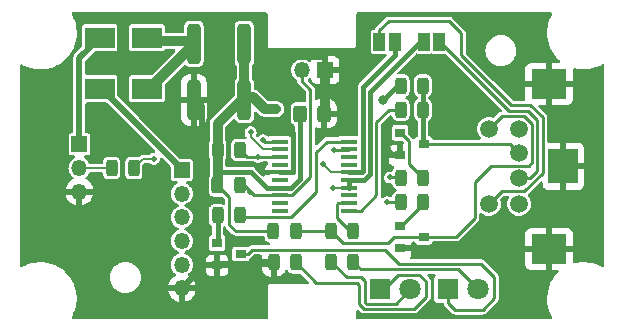
<source format=gbr>
G04 #@! TF.GenerationSoftware,KiCad,Pcbnew,(6.0.1-0)*
G04 #@! TF.CreationDate,2022-03-09T23:32:45+00:00*
G04 #@! TF.ProjectId,x1key,78316b65-792e-46b6-9963-61645f706362,1.2*
G04 #@! TF.SameCoordinates,Original*
G04 #@! TF.FileFunction,Copper,L1,Top*
G04 #@! TF.FilePolarity,Positive*
%FSLAX46Y46*%
G04 Gerber Fmt 4.6, Leading zero omitted, Abs format (unit mm)*
G04 Created by KiCad (PCBNEW (6.0.1-0)) date 2022-03-09 23:32:45*
%MOMM*%
%LPD*%
G01*
G04 APERTURE LIST*
G04 Aperture macros list*
%AMRoundRect*
0 Rectangle with rounded corners*
0 $1 Rounding radius*
0 $2 $3 $4 $5 $6 $7 $8 $9 X,Y pos of 4 corners*
0 Add a 4 corners polygon primitive as box body*
4,1,4,$2,$3,$4,$5,$6,$7,$8,$9,$2,$3,0*
0 Add four circle primitives for the rounded corners*
1,1,$1+$1,$2,$3*
1,1,$1+$1,$4,$5*
1,1,$1+$1,$6,$7*
1,1,$1+$1,$8,$9*
0 Add four rect primitives between the rounded corners*
20,1,$1+$1,$2,$3,$4,$5,0*
20,1,$1+$1,$4,$5,$6,$7,0*
20,1,$1+$1,$6,$7,$8,$9,0*
20,1,$1+$1,$8,$9,$2,$3,0*%
G04 Aperture macros list end*
G04 #@! TA.AperFunction,SMDPad,CuDef*
%ADD10RoundRect,0.250000X-0.312500X-1.450000X0.312500X-1.450000X0.312500X1.450000X-0.312500X1.450000X0*%
G04 #@! TD*
G04 #@! TA.AperFunction,ComponentPad*
%ADD11C,1.500000*%
G04 #@! TD*
G04 #@! TA.AperFunction,ComponentPad*
%ADD12R,3.000000X2.500000*%
G04 #@! TD*
G04 #@! TA.AperFunction,ComponentPad*
%ADD13R,2.500000X3.000000*%
G04 #@! TD*
G04 #@! TA.AperFunction,ComponentPad*
%ADD14R,1.350000X1.350000*%
G04 #@! TD*
G04 #@! TA.AperFunction,ComponentPad*
%ADD15O,1.350000X1.350000*%
G04 #@! TD*
G04 #@! TA.AperFunction,SMDPad,CuDef*
%ADD16R,1.000000X1.500000*%
G04 #@! TD*
G04 #@! TA.AperFunction,SMDPad,CuDef*
%ADD17R,0.900000X0.800000*%
G04 #@! TD*
G04 #@! TA.AperFunction,SMDPad,CuDef*
%ADD18RoundRect,0.243750X-0.243750X-0.456250X0.243750X-0.456250X0.243750X0.456250X-0.243750X0.456250X0*%
G04 #@! TD*
G04 #@! TA.AperFunction,SMDPad,CuDef*
%ADD19RoundRect,0.243750X0.243750X0.456250X-0.243750X0.456250X-0.243750X-0.456250X0.243750X-0.456250X0*%
G04 #@! TD*
G04 #@! TA.AperFunction,SMDPad,CuDef*
%ADD20R,1.450000X0.450000*%
G04 #@! TD*
G04 #@! TA.AperFunction,SMDPad,CuDef*
%ADD21RoundRect,0.250000X0.312500X1.450000X-0.312500X1.450000X-0.312500X-1.450000X0.312500X-1.450000X0*%
G04 #@! TD*
G04 #@! TA.AperFunction,SMDPad,CuDef*
%ADD22RoundRect,0.250000X-0.325000X-0.450000X0.325000X-0.450000X0.325000X0.450000X-0.325000X0.450000X0*%
G04 #@! TD*
G04 #@! TA.AperFunction,ComponentPad*
%ADD23R,1.800000X1.800000*%
G04 #@! TD*
G04 #@! TA.AperFunction,ComponentPad*
%ADD24C,1.800000*%
G04 #@! TD*
G04 #@! TA.AperFunction,SMDPad,CuDef*
%ADD25R,2.500000X1.800000*%
G04 #@! TD*
G04 #@! TA.AperFunction,ViaPad*
%ADD26C,0.800000*%
G04 #@! TD*
G04 #@! TA.AperFunction,ViaPad*
%ADD27C,0.500000*%
G04 #@! TD*
G04 #@! TA.AperFunction,Conductor*
%ADD28C,0.812800*%
G04 #@! TD*
G04 #@! TA.AperFunction,Conductor*
%ADD29C,0.381000*%
G04 #@! TD*
G04 #@! TA.AperFunction,Conductor*
%ADD30C,0.508000*%
G04 #@! TD*
G04 #@! TA.AperFunction,Conductor*
%ADD31C,0.152400*%
G04 #@! TD*
G04 #@! TA.AperFunction,Conductor*
%ADD32C,0.254000*%
G04 #@! TD*
G04 #@! TA.AperFunction,Conductor*
%ADD33C,0.250000*%
G04 #@! TD*
G04 APERTURE END LIST*
D10*
X65002500Y-82920000D03*
X69277500Y-82920000D03*
D11*
X92540000Y-92157000D03*
X92540000Y-94316000D03*
X92540000Y-90125000D03*
X92540000Y-96475000D03*
X90000000Y-90125000D03*
X90000000Y-96475000D03*
D12*
X95080000Y-86315000D03*
D13*
X96287800Y-93300000D03*
D12*
X95080000Y-100285000D03*
D14*
X63980000Y-93610000D03*
D15*
X63980000Y-95610000D03*
X63980000Y-97610000D03*
X63980000Y-99610000D03*
X63980000Y-101610000D03*
X63980000Y-103610000D03*
D16*
X82020000Y-82770000D03*
X80720000Y-82770000D03*
X84470000Y-82750000D03*
X85770000Y-82750000D03*
D17*
X82460000Y-90460000D03*
X82460000Y-92360000D03*
X84460000Y-91410000D03*
X82470000Y-98320000D03*
X82470000Y-100220000D03*
X84470000Y-99270000D03*
X66970000Y-99790000D03*
X66970000Y-101690000D03*
X68970000Y-100740000D03*
D18*
X58032500Y-93440000D03*
X59907500Y-93440000D03*
X67012500Y-91900000D03*
X68887500Y-91900000D03*
X66992500Y-94900000D03*
X68867500Y-94900000D03*
X82522500Y-88500000D03*
X84397500Y-88500000D03*
X82532500Y-94270000D03*
X84407500Y-94270000D03*
D19*
X78517500Y-98800000D03*
X76642500Y-98800000D03*
D18*
X82512500Y-96340000D03*
X84387500Y-96340000D03*
X82522500Y-86460000D03*
X84397500Y-86460000D03*
X71742500Y-98790000D03*
X73617500Y-98790000D03*
D19*
X68887500Y-97450000D03*
X67012500Y-97450000D03*
D18*
X76632500Y-101390000D03*
X78507500Y-101390000D03*
D20*
X72260000Y-91195000D03*
X72260000Y-91845000D03*
X72260000Y-92495000D03*
X72260000Y-93145000D03*
X72260000Y-93795000D03*
X72260000Y-94445000D03*
X72260000Y-95095000D03*
X72260000Y-95745000D03*
X72260000Y-96395000D03*
X72260000Y-97045000D03*
X78160000Y-97045000D03*
X78160000Y-96395000D03*
X78160000Y-95745000D03*
X78160000Y-95095000D03*
X78160000Y-94445000D03*
X78160000Y-93795000D03*
X78160000Y-93145000D03*
X78160000Y-92495000D03*
X78160000Y-91845000D03*
X78160000Y-91195000D03*
D21*
X69287500Y-87680000D03*
X65012500Y-87680000D03*
D22*
X73975000Y-88830000D03*
X76025000Y-88830000D03*
D14*
X76130000Y-85130000D03*
D15*
X74130000Y-85130000D03*
D23*
X86520000Y-103680000D03*
D24*
X89060000Y-103680000D03*
D25*
X61030000Y-82390000D03*
X57030000Y-82390000D03*
X61020000Y-86730000D03*
X57020000Y-86730000D03*
D23*
X80770000Y-103690000D03*
D24*
X83310000Y-103690000D03*
D14*
X55320000Y-91440000D03*
D15*
X55320000Y-93440000D03*
X55320000Y-95440000D03*
D19*
X73627500Y-101420000D03*
X71752500Y-101420000D03*
D26*
X81270000Y-91780000D03*
D27*
X76750000Y-95100000D03*
X75936500Y-93100000D03*
X69780000Y-95460000D03*
X69800000Y-90420000D03*
X61630000Y-92660000D03*
X70860000Y-91090000D03*
X81610000Y-94240000D03*
X76890000Y-91880000D03*
X81360000Y-96330000D03*
X70455000Y-92495000D03*
D26*
X81050000Y-87640000D03*
X71990000Y-88440000D03*
X71010000Y-88440000D03*
D28*
X76130000Y-85130000D02*
X76130000Y-88725000D01*
D29*
X94690000Y-100220000D02*
X95080000Y-100610000D01*
X82460000Y-92360000D02*
X81850000Y-92360000D01*
D30*
X65705000Y-101885000D02*
X63980000Y-103610000D01*
D29*
X73394000Y-93767000D02*
X73394000Y-90444000D01*
D30*
X66970000Y-101690000D02*
X65900000Y-101690000D01*
D29*
X82470000Y-100220000D02*
X94690000Y-100220000D01*
D30*
X65705000Y-101885000D02*
X65705000Y-88152500D01*
X65705000Y-88152500D02*
X64982500Y-87430000D01*
D29*
X81850000Y-92360000D02*
X81270000Y-91780000D01*
X95080000Y-100610000D02*
X95080000Y-100285000D01*
X73009500Y-84673600D02*
X73618600Y-84064500D01*
X76130000Y-84339000D02*
X76130000Y-85130000D01*
D30*
X65900000Y-101690000D02*
X65705000Y-101885000D01*
D29*
X72260000Y-93795000D02*
X73366000Y-93795000D01*
X73366000Y-93795000D02*
X73394000Y-93767000D01*
X73618600Y-84064500D02*
X75855500Y-84064500D01*
D30*
X67060000Y-101600000D02*
X71572500Y-101600000D01*
D29*
X73394000Y-90444000D02*
X73009500Y-90059500D01*
X75855500Y-84064500D02*
X76130000Y-84339000D01*
D30*
X71572500Y-101600000D02*
X71752500Y-101420000D01*
D28*
X76130000Y-88725000D02*
X76025000Y-88830000D01*
D30*
X66970000Y-101690000D02*
X67060000Y-101600000D01*
D29*
X73009500Y-90059500D02*
X73009500Y-84673600D01*
D28*
X61192500Y-86730000D02*
X65002500Y-82920000D01*
X61350000Y-82710000D02*
X64792500Y-82710000D01*
X61030000Y-82390000D02*
X61350000Y-82710000D01*
X61020000Y-86730000D02*
X61192500Y-86730000D01*
X64792500Y-82710000D02*
X65002500Y-82920000D01*
D31*
X78155000Y-95100000D02*
X78160000Y-95095000D01*
X76750000Y-95100000D02*
X78155000Y-95100000D01*
D29*
X78160000Y-94445000D02*
X78160000Y-95095000D01*
X79942500Y-86977500D02*
X84170000Y-82750000D01*
X84170000Y-82750000D02*
X84470000Y-82750000D01*
X78160000Y-94445000D02*
X79437700Y-94445000D01*
X79942500Y-93940200D02*
X79942500Y-86977500D01*
X79437700Y-94445000D02*
X79942500Y-93940200D01*
D32*
X91076511Y-89048489D02*
X90000000Y-90125000D01*
X90180511Y-93239489D02*
X93339489Y-93239489D01*
X92985907Y-89048489D02*
X91076511Y-89048489D01*
X93339489Y-93239489D02*
X93622960Y-92956018D01*
X76642500Y-98800000D02*
X77156000Y-99313500D01*
X76622500Y-98780000D02*
X76642500Y-98800000D01*
X81424400Y-99827000D02*
X81981400Y-99270000D01*
X77156000Y-99313500D02*
X77669500Y-99827000D01*
X77669500Y-99827000D02*
X81424400Y-99827000D01*
X88790000Y-97685000D02*
X88790000Y-94630000D01*
X93622960Y-89685542D02*
X92985907Y-89048489D01*
X84470000Y-99270000D02*
X87205000Y-99270000D01*
X93622960Y-92956018D02*
X93622960Y-89685542D01*
D33*
X77156000Y-99313500D02*
X76766000Y-99313500D01*
D32*
X73627500Y-98780000D02*
X76622500Y-98780000D01*
X81981400Y-99270000D02*
X84470000Y-99270000D01*
X88790000Y-94630000D02*
X90180511Y-93239489D01*
D33*
X76766000Y-99313500D02*
X76592500Y-99140000D01*
D32*
X73617500Y-98790000D02*
X73627500Y-98780000D01*
X87205000Y-99270000D02*
X88790000Y-97685000D01*
D29*
X78160000Y-93795000D02*
X79266000Y-93795000D01*
X79361500Y-86559500D02*
X82020000Y-83901000D01*
X79361500Y-93699500D02*
X79361500Y-86559500D01*
X79266000Y-93795000D02*
X79361500Y-93699500D01*
D31*
X76631500Y-93795000D02*
X78160000Y-93795000D01*
D29*
X82020000Y-83901000D02*
X82020000Y-82770000D01*
D31*
X75936500Y-93100000D02*
X76631500Y-93795000D01*
D33*
X84397500Y-88898700D02*
X84397500Y-88500000D01*
X84407500Y-88908700D02*
X84397500Y-88898700D01*
D29*
X84407500Y-86470000D02*
X84407500Y-88908700D01*
X84407500Y-91357500D02*
X84460000Y-91410000D01*
X84407500Y-88908700D02*
X84407500Y-91357500D01*
D32*
X91793000Y-91410000D02*
X92540000Y-92157000D01*
X84460000Y-91410000D02*
X91793000Y-91410000D01*
D29*
X84397500Y-86460000D02*
X84407500Y-86470000D01*
D32*
X74877000Y-86831600D02*
X74877000Y-94212800D01*
X70060000Y-95745000D02*
X72260000Y-95745000D01*
X73344800Y-95745000D02*
X72260000Y-95745000D01*
X74130000Y-85130000D02*
X74130000Y-86084600D01*
X68867500Y-94900000D02*
X69215000Y-94900000D01*
X74877000Y-94212800D02*
X73344800Y-95745000D01*
X69215000Y-94900000D02*
X70060000Y-95745000D01*
X74130000Y-86084600D02*
X74877000Y-86831600D01*
D29*
X67012500Y-99747500D02*
X66970000Y-99790000D01*
X67012500Y-97450000D02*
X67012500Y-99747500D01*
D32*
X82510000Y-90460000D02*
X83237000Y-91187000D01*
X82460000Y-90460000D02*
X82510000Y-90460000D01*
X83237000Y-91187000D02*
X83237000Y-93099500D01*
X83237000Y-93099500D02*
X84407500Y-94270000D01*
X84387500Y-96452500D02*
X84387500Y-96340000D01*
X82520000Y-98320000D02*
X84387500Y-96452500D01*
X82470000Y-98320000D02*
X82520000Y-98320000D01*
D31*
X72260000Y-91845000D02*
X70871531Y-91845000D01*
X70871531Y-91845000D02*
X69800000Y-90773469D01*
X61630000Y-92660000D02*
X60687500Y-92660000D01*
X60687500Y-92660000D02*
X59907500Y-93440000D01*
X69800000Y-90773469D02*
X69800000Y-90420000D01*
D32*
X81530000Y-88500000D02*
X80460000Y-89570000D01*
X79139000Y-97045000D02*
X78160000Y-97045000D01*
X80460000Y-89570000D02*
X80460000Y-95724000D01*
X82522500Y-88500000D02*
X81530000Y-88500000D01*
X80460000Y-95724000D02*
X79139000Y-97045000D01*
X81610000Y-94240000D02*
X82502500Y-94240000D01*
X72260000Y-91195000D02*
X70965000Y-91195000D01*
X82502500Y-94240000D02*
X82532500Y-94270000D01*
X70965000Y-91195000D02*
X70860000Y-91090000D01*
X77960000Y-98560000D02*
X78440000Y-99040000D01*
X77108000Y-97708000D02*
X77108000Y-96468000D01*
D33*
X77960000Y-98560000D02*
X78200000Y-98800000D01*
X78200000Y-98800000D02*
X78517500Y-98800000D01*
D32*
X77960000Y-98560000D02*
X77108000Y-97708000D01*
X78440000Y-99040000D02*
X78497500Y-99040000D01*
X77108000Y-96468000D02*
X77181000Y-96395000D01*
X77181000Y-96395000D02*
X78160000Y-96395000D01*
X76890000Y-91880000D02*
X78125000Y-91880000D01*
X81360000Y-96330000D02*
X82502500Y-96330000D01*
X78125000Y-91880000D02*
X78160000Y-91845000D01*
X82502500Y-96330000D02*
X82512500Y-96340000D01*
X91678626Y-88570000D02*
X85858626Y-82750000D01*
X93421044Y-94316000D02*
X94076480Y-93660564D01*
X85858626Y-82750000D02*
X85770000Y-82750000D01*
X93298626Y-88570000D02*
X91678626Y-88570000D01*
X92540000Y-94316000D02*
X93421044Y-94316000D01*
X94076480Y-93660564D02*
X94076480Y-89347854D01*
X94076480Y-89347854D02*
X93298626Y-88570000D01*
X93486480Y-88116480D02*
X91866480Y-88116480D01*
X87640000Y-82050000D02*
X86590000Y-81000000D01*
X91866480Y-88116480D02*
X87640000Y-83890000D01*
X81486000Y-81000000D02*
X80720000Y-81766000D01*
X91082489Y-95392511D02*
X92985907Y-95392511D01*
X80720000Y-81766000D02*
X80720000Y-82770000D01*
X86590000Y-81000000D02*
X81486000Y-81000000D01*
X94530000Y-89160000D02*
X93486480Y-88116480D01*
X94530000Y-93848418D02*
X94530000Y-89160000D01*
X92985907Y-95392511D02*
X94530000Y-93848418D01*
X90000000Y-96475000D02*
X91082489Y-95392511D01*
X87640000Y-83890000D02*
X87640000Y-82050000D01*
X69482500Y-92495000D02*
X70455000Y-92495000D01*
X68887500Y-91900000D02*
X69482500Y-92495000D01*
X70455000Y-92495000D02*
X72260000Y-92495000D01*
D30*
X55316489Y-91436489D02*
X55316489Y-84103511D01*
X55320000Y-91440000D02*
X55316489Y-91436489D01*
X55316489Y-84103511D02*
X57030000Y-82390000D01*
X57210000Y-86730000D02*
X57020000Y-86730000D01*
X63980000Y-93610000D02*
X63980000Y-93500000D01*
X63980000Y-93500000D02*
X57210000Y-86730000D01*
D32*
X79420330Y-105371000D02*
X79420342Y-105371012D01*
X84680000Y-104350000D02*
X84680000Y-103040000D01*
X79420342Y-105371012D02*
X82119658Y-105371012D01*
X83659000Y-105371000D02*
X84680000Y-104350000D01*
X82119658Y-105371012D02*
X82119670Y-105371000D01*
X84680000Y-103040000D02*
X84103000Y-102463000D01*
X75355500Y-103148000D02*
X78838000Y-103148000D01*
X79020000Y-104970700D02*
X79420300Y-105371000D01*
X81070000Y-103690000D02*
X80770000Y-103690000D01*
X79020000Y-103330000D02*
X79020000Y-104970700D01*
X82297000Y-102463000D02*
X81070000Y-103690000D01*
X78838000Y-103148000D02*
X79020000Y-103330000D01*
X84103000Y-102463000D02*
X82297000Y-102463000D01*
X79420300Y-105371000D02*
X79420330Y-105371000D01*
X82119670Y-105371000D02*
X83659000Y-105371000D01*
X73627500Y-101420000D02*
X75355500Y-103148000D01*
X79126489Y-102008989D02*
X87388989Y-102008989D01*
X87388989Y-102008989D02*
X89060000Y-103680000D01*
X78507500Y-101390000D02*
X79126489Y-102008989D01*
X87146000Y-105460000D02*
X86520000Y-104834000D01*
X69941000Y-100363000D02*
X81152908Y-100363000D01*
X81152908Y-100363000D02*
X82344886Y-101554978D01*
X89314978Y-101554978D02*
X90440000Y-102680000D01*
X90440000Y-104480000D02*
X89460000Y-105460000D01*
X86520000Y-104834000D02*
X86520000Y-103680000D01*
X69564000Y-100740000D02*
X69941000Y-100363000D01*
X82344886Y-101554978D02*
X89314978Y-101554978D01*
X89460000Y-105460000D02*
X87146000Y-105460000D01*
X90440000Y-102680000D02*
X90440000Y-104480000D01*
X68970000Y-100740000D02*
X69564000Y-100740000D01*
D31*
X55320000Y-93440000D02*
X58032500Y-93440000D01*
D32*
X73223600Y-97620000D02*
X75360000Y-95483600D01*
X76275000Y-91195000D02*
X78160000Y-91195000D01*
X75360000Y-92110000D02*
X76275000Y-91195000D01*
X75360000Y-95483600D02*
X75360000Y-92110000D01*
X69057500Y-97620000D02*
X73223600Y-97620000D01*
X68887500Y-97450000D02*
X69057500Y-97620000D01*
X71742500Y-98790000D02*
X68580300Y-98790000D01*
D29*
X82230000Y-86460000D02*
X82522500Y-86460000D01*
D32*
X79474010Y-104782612D02*
X79474010Y-103011942D01*
D29*
X67012500Y-93787500D02*
X69846500Y-93787500D01*
X72260000Y-95095000D02*
X73262900Y-95095000D01*
D32*
X68580300Y-98790000D02*
X68020000Y-98229700D01*
D28*
X67012500Y-91900000D02*
X67012500Y-93787500D01*
X71990000Y-88440000D02*
X71010000Y-88440000D01*
D32*
X79474010Y-103011942D02*
X79156057Y-102693989D01*
D29*
X69846500Y-93787500D02*
X71154000Y-95095000D01*
D32*
X79608399Y-104917001D02*
X79474010Y-104782612D01*
D28*
X67012500Y-94880000D02*
X66992500Y-94900000D01*
X70000000Y-87430000D02*
X71010000Y-88440000D01*
D29*
X71154000Y-95095000D02*
X72260000Y-95095000D01*
D28*
X69257500Y-87430000D02*
X70000000Y-87430000D01*
X69257500Y-87430000D02*
X67012500Y-89675000D01*
D29*
X81050000Y-87640000D02*
X82230000Y-86460000D01*
D32*
X76632500Y-101390000D02*
X77936489Y-102693989D01*
D29*
X73975000Y-94382900D02*
X73975000Y-88830000D01*
D28*
X67012500Y-93787500D02*
X67012500Y-94880000D01*
D32*
X68020000Y-95927500D02*
X66992500Y-94900000D01*
X68020000Y-98229700D02*
X68020000Y-95927500D01*
D29*
X73262900Y-95095000D02*
X73975000Y-94382900D01*
D32*
X79156057Y-102693989D02*
X77936489Y-102693989D01*
D28*
X69277500Y-87410000D02*
X69257500Y-87430000D01*
D32*
X82082999Y-104917001D02*
X79608399Y-104917001D01*
D28*
X69277500Y-82920000D02*
X69277500Y-87410000D01*
X69357500Y-87330000D02*
X69277500Y-87410000D01*
D32*
X83310000Y-103690000D02*
X82082999Y-104917001D01*
D28*
X67012500Y-89675000D02*
X67012500Y-91900000D01*
G04 #@! TA.AperFunction,Conductor*
G36*
X71188121Y-80274002D02*
G01*
X71234614Y-80327658D01*
X71246000Y-80380000D01*
X71246000Y-82962575D01*
X71243579Y-82987153D01*
X71241024Y-83000000D01*
X71246000Y-83025017D01*
X71260737Y-83099106D01*
X71316876Y-83183124D01*
X71400894Y-83239263D01*
X71500000Y-83258976D01*
X71512847Y-83256421D01*
X71537425Y-83254000D01*
X78462575Y-83254000D01*
X78487153Y-83256421D01*
X78500000Y-83258976D01*
X78599106Y-83239263D01*
X78683124Y-83183124D01*
X78739263Y-83099106D01*
X78754000Y-83025017D01*
X78758976Y-83000000D01*
X78756421Y-82987153D01*
X78754000Y-82962575D01*
X78754000Y-80380000D01*
X78774002Y-80311879D01*
X78827658Y-80265386D01*
X78880000Y-80254000D01*
X95230196Y-80254000D01*
X95298317Y-80274002D01*
X95344810Y-80327658D01*
X95354914Y-80397932D01*
X95339880Y-80442012D01*
X95239825Y-80618984D01*
X95234484Y-80628430D01*
X95233135Y-80631566D01*
X95103750Y-80932340D01*
X95103747Y-80932349D01*
X95102402Y-80935475D01*
X95101401Y-80938734D01*
X95101401Y-80938735D01*
X95005295Y-81251736D01*
X95005293Y-81251745D01*
X95004293Y-81255001D01*
X95003650Y-81258352D01*
X94949763Y-81539185D01*
X94941305Y-81583261D01*
X94914178Y-81916407D01*
X94918010Y-82057880D01*
X94922766Y-82233431D01*
X94923229Y-82250533D01*
X94968353Y-82581722D01*
X95049020Y-82906091D01*
X95050198Y-82909297D01*
X95153802Y-83191303D01*
X95164284Y-83219836D01*
X95165801Y-83222895D01*
X95165802Y-83222897D01*
X95182495Y-83256555D01*
X95312795Y-83519280D01*
X95314639Y-83522164D01*
X95314639Y-83522165D01*
X95321025Y-83532156D01*
X95492810Y-83800912D01*
X95494949Y-83803573D01*
X95494954Y-83803580D01*
X95647371Y-83993195D01*
X95702220Y-84061430D01*
X95938570Y-84297780D01*
X95982131Y-84332795D01*
X96022692Y-84391063D01*
X96025313Y-84462011D01*
X95989161Y-84523113D01*
X95925713Y-84554970D01*
X95903189Y-84557000D01*
X95352115Y-84557000D01*
X95336876Y-84561475D01*
X95335671Y-84562865D01*
X95334000Y-84570548D01*
X95334000Y-86042885D01*
X95338475Y-86058124D01*
X95339865Y-86059329D01*
X95347548Y-86061000D01*
X97069884Y-86061000D01*
X97085123Y-86056525D01*
X97086328Y-86055135D01*
X97087999Y-86047452D01*
X97087999Y-85110683D01*
X97108001Y-85042562D01*
X97161657Y-84996069D01*
X97231931Y-84985965D01*
X97244400Y-84988405D01*
X97333234Y-85010497D01*
X97414967Y-85030824D01*
X97414974Y-85030825D01*
X97418278Y-85031647D01*
X97421656Y-85032107D01*
X97421660Y-85032108D01*
X97746083Y-85076310D01*
X97749467Y-85076771D01*
X97752874Y-85076863D01*
X97752883Y-85076864D01*
X97921435Y-85081429D01*
X98083593Y-85085822D01*
X98416739Y-85058695D01*
X98420093Y-85058051D01*
X98420096Y-85058051D01*
X98741648Y-84996350D01*
X98744999Y-84995707D01*
X98748255Y-84994707D01*
X98748264Y-84994705D01*
X99061265Y-84898599D01*
X99061266Y-84898599D01*
X99064525Y-84897598D01*
X99067651Y-84896253D01*
X99067660Y-84896250D01*
X99368434Y-84766865D01*
X99371570Y-84765516D01*
X99557988Y-84660120D01*
X99627131Y-84644006D01*
X99694011Y-84667831D01*
X99737392Y-84724033D01*
X99746000Y-84769804D01*
X99746000Y-101730196D01*
X99725998Y-101798317D01*
X99672342Y-101844810D01*
X99602068Y-101854914D01*
X99557988Y-101839880D01*
X99374538Y-101736162D01*
X99371570Y-101734484D01*
X99359619Y-101729343D01*
X99067660Y-101603750D01*
X99067651Y-101603747D01*
X99064525Y-101602402D01*
X99061265Y-101601401D01*
X98748264Y-101505295D01*
X98748255Y-101505293D01*
X98744999Y-101504293D01*
X98730386Y-101501489D01*
X98420096Y-101441949D01*
X98420093Y-101441949D01*
X98416739Y-101441305D01*
X98083593Y-101414178D01*
X97921435Y-101418571D01*
X97752883Y-101423136D01*
X97752874Y-101423137D01*
X97749467Y-101423229D01*
X97746084Y-101423690D01*
X97746083Y-101423690D01*
X97421660Y-101467892D01*
X97421656Y-101467893D01*
X97418278Y-101468353D01*
X97414973Y-101469175D01*
X97414962Y-101469177D01*
X97244408Y-101511592D01*
X97173474Y-101508621D01*
X97115406Y-101467772D01*
X97088641Y-101402013D01*
X97088000Y-101389316D01*
X97088000Y-100557115D01*
X97083525Y-100541876D01*
X97082135Y-100540671D01*
X97074452Y-100539000D01*
X95352115Y-100539000D01*
X95336876Y-100543475D01*
X95335671Y-100544865D01*
X95334000Y-100552548D01*
X95334000Y-102024884D01*
X95338475Y-102040123D01*
X95339865Y-102041328D01*
X95347548Y-102042999D01*
X95793601Y-102042999D01*
X95861722Y-102063001D01*
X95908215Y-102116657D01*
X95918319Y-102186931D01*
X95888825Y-102251511D01*
X95882696Y-102258094D01*
X95702220Y-102438570D01*
X95700078Y-102441235D01*
X95700076Y-102441237D01*
X95494954Y-102696420D01*
X95494953Y-102696422D01*
X95492810Y-102699088D01*
X95312795Y-102980720D01*
X95281912Y-103042989D01*
X95181080Y-103246299D01*
X95164284Y-103280164D01*
X95163107Y-103283367D01*
X95163106Y-103283370D01*
X95137883Y-103352027D01*
X95049020Y-103593909D01*
X94968353Y-103918278D01*
X94967893Y-103921656D01*
X94967892Y-103921660D01*
X94947486Y-104071431D01*
X94923229Y-104249467D01*
X94923137Y-104252874D01*
X94923136Y-104252883D01*
X94919003Y-104405467D01*
X94914178Y-104583593D01*
X94941305Y-104916739D01*
X94941949Y-104920093D01*
X94941949Y-104920096D01*
X94963906Y-105034525D01*
X95004293Y-105244999D01*
X95005293Y-105248255D01*
X95005295Y-105248264D01*
X95101401Y-105561265D01*
X95102402Y-105564525D01*
X95103747Y-105567651D01*
X95103750Y-105567660D01*
X95221681Y-105841808D01*
X95234484Y-105871570D01*
X95236162Y-105874538D01*
X95339880Y-106057988D01*
X95355994Y-106127131D01*
X95332169Y-106194011D01*
X95275967Y-106237392D01*
X95230196Y-106246000D01*
X78880000Y-106246000D01*
X78811879Y-106225998D01*
X78765386Y-106172342D01*
X78754000Y-106120000D01*
X78754000Y-105548412D01*
X78774002Y-105480291D01*
X78827658Y-105433798D01*
X78897932Y-105423694D01*
X78962512Y-105453188D01*
X78969095Y-105459317D01*
X79112254Y-105602476D01*
X79127618Y-105621499D01*
X79128582Y-105622558D01*
X79134229Y-105631304D01*
X79142408Y-105637752D01*
X79142410Y-105637754D01*
X79160777Y-105652234D01*
X79165250Y-105656209D01*
X79165311Y-105656137D01*
X79169268Y-105659490D01*
X79172949Y-105663171D01*
X79186692Y-105672992D01*
X79188739Y-105674455D01*
X79193485Y-105678018D01*
X79233970Y-105709934D01*
X79242655Y-105712984D01*
X79250143Y-105718335D01*
X79299550Y-105733110D01*
X79305137Y-105734926D01*
X79353802Y-105752016D01*
X79353812Y-105752017D01*
X79353844Y-105752028D01*
X79359433Y-105752512D01*
X79361532Y-105752512D01*
X79365762Y-105752912D01*
X79371825Y-105754725D01*
X79371826Y-105754725D01*
X79371866Y-105754737D01*
X79426019Y-105752609D01*
X79430967Y-105752512D01*
X82065523Y-105752512D01*
X82089822Y-105755098D01*
X82091260Y-105755166D01*
X82101438Y-105757357D01*
X82134999Y-105753385D01*
X82140966Y-105753033D01*
X82140958Y-105752941D01*
X82141103Y-105752929D01*
X82146549Y-105752704D01*
X82149809Y-105752512D01*
X82151350Y-105752512D01*
X82151398Y-105752504D01*
X82151495Y-105752500D01*
X83604865Y-105752500D01*
X83629164Y-105755086D01*
X83630602Y-105755154D01*
X83640780Y-105757345D01*
X83671815Y-105753672D01*
X83674342Y-105753373D01*
X83680320Y-105753021D01*
X83680312Y-105752928D01*
X83685490Y-105752500D01*
X83690692Y-105752500D01*
X83709846Y-105749312D01*
X83715704Y-105748478D01*
X83732318Y-105746512D01*
X83756567Y-105743642D01*
X83756568Y-105743642D01*
X83766907Y-105742418D01*
X83775206Y-105738433D01*
X83784283Y-105736922D01*
X83829651Y-105712442D01*
X83834914Y-105709761D01*
X83874250Y-105690873D01*
X83874254Y-105690870D01*
X83881398Y-105687440D01*
X83885692Y-105683830D01*
X83887624Y-105681898D01*
X83889573Y-105680111D01*
X83889626Y-105680082D01*
X83889745Y-105680212D01*
X83890313Y-105679711D01*
X83896057Y-105676612D01*
X83932867Y-105636791D01*
X83936296Y-105633226D01*
X84911480Y-104658042D01*
X84930489Y-104642689D01*
X84931552Y-104641722D01*
X84940304Y-104636071D01*
X84961229Y-104609528D01*
X84965208Y-104605050D01*
X84965137Y-104604990D01*
X84968490Y-104601033D01*
X84972171Y-104597352D01*
X84979564Y-104587007D01*
X84983469Y-104581543D01*
X84987032Y-104576798D01*
X85012485Y-104544510D01*
X85018934Y-104536330D01*
X85021984Y-104527645D01*
X85027334Y-104520158D01*
X85042109Y-104470753D01*
X85043930Y-104465150D01*
X85053807Y-104437027D01*
X85061016Y-104416498D01*
X85061500Y-104410909D01*
X85061500Y-104408196D01*
X85061615Y-104405531D01*
X85061634Y-104405468D01*
X85061808Y-104405475D01*
X85061855Y-104404729D01*
X85063725Y-104398476D01*
X85061597Y-104344322D01*
X85061500Y-104339375D01*
X85061500Y-103094135D01*
X85064086Y-103069836D01*
X85064154Y-103068398D01*
X85066345Y-103058220D01*
X85062373Y-103024658D01*
X85062021Y-103018680D01*
X85061928Y-103018688D01*
X85061500Y-103013510D01*
X85061500Y-103008308D01*
X85058312Y-102989154D01*
X85057477Y-102983289D01*
X85052642Y-102942433D01*
X85052642Y-102942432D01*
X85051418Y-102932093D01*
X85047433Y-102923794D01*
X85045922Y-102914717D01*
X85021442Y-102869349D01*
X85018761Y-102864086D01*
X84999873Y-102824750D01*
X84999870Y-102824746D01*
X84996440Y-102817602D01*
X84992830Y-102813308D01*
X84990898Y-102811376D01*
X84989111Y-102809427D01*
X84989082Y-102809374D01*
X84989212Y-102809255D01*
X84988711Y-102808687D01*
X84985612Y-102802943D01*
X84945805Y-102766146D01*
X84942239Y-102762716D01*
X84785107Y-102605584D01*
X84751081Y-102543272D01*
X84756146Y-102472457D01*
X84798693Y-102415621D01*
X84865213Y-102390810D01*
X84874202Y-102390489D01*
X85341776Y-102390489D01*
X85409897Y-102410491D01*
X85456390Y-102464147D01*
X85466494Y-102534421D01*
X85438846Y-102594959D01*
X85436516Y-102596516D01*
X85429623Y-102606832D01*
X85391184Y-102664360D01*
X85380266Y-102680699D01*
X85365500Y-102754933D01*
X85365501Y-104605066D01*
X85370041Y-104627891D01*
X85377528Y-104665534D01*
X85380266Y-104679301D01*
X85387161Y-104689620D01*
X85387162Y-104689622D01*
X85409544Y-104723118D01*
X85436516Y-104763484D01*
X85520699Y-104819734D01*
X85594933Y-104834500D01*
X86024554Y-104834500D01*
X86092675Y-104854502D01*
X86139168Y-104908158D01*
X86145550Y-104925342D01*
X86147358Y-104931564D01*
X86148582Y-104941907D01*
X86152567Y-104950206D01*
X86154078Y-104959283D01*
X86178558Y-105004651D01*
X86181239Y-105009914D01*
X86200127Y-105049250D01*
X86200130Y-105049254D01*
X86203560Y-105056398D01*
X86207170Y-105060692D01*
X86209102Y-105062624D01*
X86210889Y-105064573D01*
X86210918Y-105064626D01*
X86210788Y-105064745D01*
X86211289Y-105065313D01*
X86214388Y-105071057D01*
X86222033Y-105078124D01*
X86254209Y-105107867D01*
X86257775Y-105111297D01*
X86837954Y-105691476D01*
X86853318Y-105710499D01*
X86854282Y-105711558D01*
X86859929Y-105720304D01*
X86868108Y-105726752D01*
X86868110Y-105726754D01*
X86886477Y-105741234D01*
X86890950Y-105745209D01*
X86891011Y-105745137D01*
X86894968Y-105748490D01*
X86898649Y-105752171D01*
X86912392Y-105761992D01*
X86914439Y-105763455D01*
X86919185Y-105767018D01*
X86959670Y-105798934D01*
X86968355Y-105801984D01*
X86975843Y-105807335D01*
X87025250Y-105822110D01*
X87030837Y-105823926D01*
X87079502Y-105841016D01*
X87085091Y-105841500D01*
X87087802Y-105841500D01*
X87090471Y-105841615D01*
X87090532Y-105841634D01*
X87090525Y-105841808D01*
X87091272Y-105841855D01*
X87097525Y-105843725D01*
X87151689Y-105841597D01*
X87156635Y-105841500D01*
X89405865Y-105841500D01*
X89430164Y-105844086D01*
X89431602Y-105844154D01*
X89441780Y-105846345D01*
X89475341Y-105842373D01*
X89481320Y-105842021D01*
X89481312Y-105841928D01*
X89486490Y-105841500D01*
X89491692Y-105841500D01*
X89510846Y-105838312D01*
X89516704Y-105837478D01*
X89533318Y-105835512D01*
X89557567Y-105832642D01*
X89557568Y-105832642D01*
X89567907Y-105831418D01*
X89576206Y-105827433D01*
X89585283Y-105825922D01*
X89630651Y-105801442D01*
X89635914Y-105798761D01*
X89675250Y-105779873D01*
X89675254Y-105779870D01*
X89682398Y-105776440D01*
X89686692Y-105772830D01*
X89688624Y-105770898D01*
X89690573Y-105769111D01*
X89690626Y-105769082D01*
X89690745Y-105769212D01*
X89691313Y-105768711D01*
X89697057Y-105765612D01*
X89708360Y-105753385D01*
X89733854Y-105725805D01*
X89737284Y-105722238D01*
X90671483Y-104788040D01*
X90690494Y-104772686D01*
X90691556Y-104771720D01*
X90700304Y-104766071D01*
X90706748Y-104757896D01*
X90706751Y-104757894D01*
X90721229Y-104739528D01*
X90725208Y-104735050D01*
X90725137Y-104734990D01*
X90728490Y-104731033D01*
X90732171Y-104727352D01*
X90743469Y-104711543D01*
X90747032Y-104706798D01*
X90760574Y-104689620D01*
X90778934Y-104666330D01*
X90781984Y-104657645D01*
X90787334Y-104650158D01*
X90802109Y-104600753D01*
X90803930Y-104595150D01*
X90806791Y-104587005D01*
X90821016Y-104546498D01*
X90821500Y-104540909D01*
X90821500Y-104538196D01*
X90821615Y-104535531D01*
X90821634Y-104535468D01*
X90821808Y-104535475D01*
X90821855Y-104534729D01*
X90823725Y-104528476D01*
X90821597Y-104474322D01*
X90821500Y-104469375D01*
X90821500Y-102734136D01*
X90824085Y-102709847D01*
X90824153Y-102708400D01*
X90826345Y-102698220D01*
X90822373Y-102664660D01*
X90822020Y-102658679D01*
X90821928Y-102658687D01*
X90821500Y-102653508D01*
X90821500Y-102648308D01*
X90820647Y-102643181D01*
X90820646Y-102643173D01*
X90818312Y-102629151D01*
X90817475Y-102623275D01*
X90812641Y-102582431D01*
X90812640Y-102582429D01*
X90811417Y-102572092D01*
X90807433Y-102563795D01*
X90805922Y-102554717D01*
X90800978Y-102545555D01*
X90800977Y-102545551D01*
X90781447Y-102509356D01*
X90778751Y-102504066D01*
X90759871Y-102464747D01*
X90759871Y-102464746D01*
X90756440Y-102457602D01*
X90752830Y-102453308D01*
X90750898Y-102451376D01*
X90749111Y-102449427D01*
X90749082Y-102449374D01*
X90749212Y-102449255D01*
X90748711Y-102448687D01*
X90745612Y-102442943D01*
X90705791Y-102406133D01*
X90702226Y-102402704D01*
X89879191Y-101579669D01*
X93072001Y-101579669D01*
X93072371Y-101586490D01*
X93077895Y-101637352D01*
X93081521Y-101652604D01*
X93126676Y-101773054D01*
X93135214Y-101788649D01*
X93211715Y-101890724D01*
X93224276Y-101903285D01*
X93326351Y-101979786D01*
X93341946Y-101988324D01*
X93462394Y-102033478D01*
X93477649Y-102037105D01*
X93528514Y-102042631D01*
X93535328Y-102043000D01*
X94807885Y-102043000D01*
X94823124Y-102038525D01*
X94824329Y-102037135D01*
X94826000Y-102029452D01*
X94826000Y-100557115D01*
X94821525Y-100541876D01*
X94820135Y-100540671D01*
X94812452Y-100539000D01*
X93090116Y-100539000D01*
X93074877Y-100543475D01*
X93073672Y-100544865D01*
X93072001Y-100552548D01*
X93072001Y-101579669D01*
X89879191Y-101579669D01*
X89623020Y-101323498D01*
X89607667Y-101304489D01*
X89606700Y-101303426D01*
X89601049Y-101294674D01*
X89574506Y-101273749D01*
X89570031Y-101269772D01*
X89569970Y-101269843D01*
X89566013Y-101266490D01*
X89562330Y-101262807D01*
X89546539Y-101251523D01*
X89541793Y-101247960D01*
X89509485Y-101222490D01*
X89509484Y-101222489D01*
X89501308Y-101216044D01*
X89492621Y-101212993D01*
X89485135Y-101207644D01*
X89475159Y-101204661D01*
X89475158Y-101204660D01*
X89435767Y-101192880D01*
X89430135Y-101191050D01*
X89381476Y-101173962D01*
X89375887Y-101173478D01*
X89373176Y-101173478D01*
X89370509Y-101173363D01*
X89370446Y-101173344D01*
X89370453Y-101173170D01*
X89369707Y-101173123D01*
X89363454Y-101171253D01*
X89314670Y-101173170D01*
X89309300Y-101173381D01*
X89304353Y-101173478D01*
X83391967Y-101173478D01*
X83323846Y-101153476D01*
X83277353Y-101099820D01*
X83267249Y-101029546D01*
X83291141Y-100971913D01*
X83364786Y-100873649D01*
X83373324Y-100858054D01*
X83418478Y-100737606D01*
X83422105Y-100722351D01*
X83427631Y-100671486D01*
X83428000Y-100664672D01*
X83428000Y-100492115D01*
X83423525Y-100476876D01*
X83422135Y-100475671D01*
X83414452Y-100474000D01*
X82342000Y-100474000D01*
X82273879Y-100453998D01*
X82227386Y-100400342D01*
X82216000Y-100348000D01*
X82216000Y-100092000D01*
X82236002Y-100023879D01*
X82248690Y-100012885D01*
X93072000Y-100012885D01*
X93076475Y-100028124D01*
X93077865Y-100029329D01*
X93085548Y-100031000D01*
X94807885Y-100031000D01*
X94823124Y-100026525D01*
X94824329Y-100025135D01*
X94826000Y-100017452D01*
X94826000Y-100012885D01*
X95334000Y-100012885D01*
X95338475Y-100028124D01*
X95339865Y-100029329D01*
X95347548Y-100031000D01*
X97069884Y-100031000D01*
X97085123Y-100026525D01*
X97086328Y-100025135D01*
X97087999Y-100017452D01*
X97087999Y-98990331D01*
X97087629Y-98983510D01*
X97082105Y-98932648D01*
X97078479Y-98917396D01*
X97033324Y-98796946D01*
X97024786Y-98781351D01*
X96948285Y-98679276D01*
X96935724Y-98666715D01*
X96833649Y-98590214D01*
X96818054Y-98581676D01*
X96697606Y-98536522D01*
X96682351Y-98532895D01*
X96631486Y-98527369D01*
X96624672Y-98527000D01*
X95352115Y-98527000D01*
X95336876Y-98531475D01*
X95335671Y-98532865D01*
X95334000Y-98540548D01*
X95334000Y-100012885D01*
X94826000Y-100012885D01*
X94826000Y-98545116D01*
X94821525Y-98529877D01*
X94820135Y-98528672D01*
X94812452Y-98527001D01*
X93535331Y-98527001D01*
X93528510Y-98527371D01*
X93477648Y-98532895D01*
X93462396Y-98536521D01*
X93341946Y-98581676D01*
X93326351Y-98590214D01*
X93224276Y-98666715D01*
X93211715Y-98679276D01*
X93135214Y-98781351D01*
X93126676Y-98796946D01*
X93081522Y-98917394D01*
X93077895Y-98932649D01*
X93072369Y-98983514D01*
X93072000Y-98990328D01*
X93072000Y-100012885D01*
X82248690Y-100012885D01*
X82289658Y-99977386D01*
X82342000Y-99966000D01*
X83409884Y-99966000D01*
X83425123Y-99961525D01*
X83426328Y-99960135D01*
X83427999Y-99952452D01*
X83427999Y-99777500D01*
X83448001Y-99709379D01*
X83501657Y-99662886D01*
X83553999Y-99651500D01*
X83653429Y-99651500D01*
X83721550Y-99671502D01*
X83768043Y-99725158D01*
X83777007Y-99752916D01*
X83780266Y-99769301D01*
X83787161Y-99779620D01*
X83787162Y-99779622D01*
X83787521Y-99780159D01*
X83836516Y-99853484D01*
X83920699Y-99909734D01*
X83994933Y-99924500D01*
X84469923Y-99924500D01*
X84945066Y-99924499D01*
X84980818Y-99917388D01*
X85007126Y-99912156D01*
X85007128Y-99912155D01*
X85019301Y-99909734D01*
X85029621Y-99902839D01*
X85029622Y-99902838D01*
X85093168Y-99860377D01*
X85103484Y-99853484D01*
X85152479Y-99780159D01*
X85152839Y-99779620D01*
X85159734Y-99769301D01*
X85162155Y-99757130D01*
X85162157Y-99757125D01*
X85162994Y-99752916D01*
X85195903Y-99690007D01*
X85257598Y-99654876D01*
X85286572Y-99651500D01*
X87150865Y-99651500D01*
X87175164Y-99654086D01*
X87176602Y-99654154D01*
X87186780Y-99656345D01*
X87220341Y-99652373D01*
X87226320Y-99652021D01*
X87226312Y-99651928D01*
X87231490Y-99651500D01*
X87236692Y-99651500D01*
X87255846Y-99648312D01*
X87261704Y-99647478D01*
X87278318Y-99645512D01*
X87302567Y-99642642D01*
X87302568Y-99642642D01*
X87312907Y-99641418D01*
X87321206Y-99637433D01*
X87330283Y-99635922D01*
X87375651Y-99611442D01*
X87380914Y-99608761D01*
X87420250Y-99589873D01*
X87420254Y-99589870D01*
X87427398Y-99586440D01*
X87431692Y-99582830D01*
X87433624Y-99580898D01*
X87435573Y-99579111D01*
X87435626Y-99579082D01*
X87435745Y-99579212D01*
X87436313Y-99578711D01*
X87442057Y-99575612D01*
X87478867Y-99535791D01*
X87482296Y-99532226D01*
X89021480Y-97993042D01*
X89040489Y-97977689D01*
X89041552Y-97976722D01*
X89050304Y-97971071D01*
X89071229Y-97944528D01*
X89075208Y-97940050D01*
X89075137Y-97939990D01*
X89078490Y-97936033D01*
X89082171Y-97932352D01*
X89093469Y-97916543D01*
X89097032Y-97911798D01*
X89114953Y-97889065D01*
X89128934Y-97871330D01*
X89131984Y-97862645D01*
X89137334Y-97855158D01*
X89152109Y-97805753D01*
X89153930Y-97800150D01*
X89154772Y-97797754D01*
X89171016Y-97751498D01*
X89171500Y-97745909D01*
X89171500Y-97743196D01*
X89171615Y-97740531D01*
X89171634Y-97740468D01*
X89171808Y-97740475D01*
X89171855Y-97739729D01*
X89173725Y-97733476D01*
X89171597Y-97679322D01*
X89171500Y-97674375D01*
X89171500Y-97361677D01*
X89191502Y-97293556D01*
X89245158Y-97247063D01*
X89315432Y-97236959D01*
X89379163Y-97265723D01*
X89411645Y-97293367D01*
X89423945Y-97303835D01*
X89429323Y-97306841D01*
X89429325Y-97306842D01*
X89527441Y-97361677D01*
X89595904Y-97399940D01*
X89783255Y-97460814D01*
X89978862Y-97484139D01*
X89984997Y-97483667D01*
X89984999Y-97483667D01*
X90044801Y-97479065D01*
X90175274Y-97469026D01*
X90365009Y-97416050D01*
X90370513Y-97413270D01*
X90535341Y-97330010D01*
X90535343Y-97330009D01*
X90540842Y-97327231D01*
X90696074Y-97205950D01*
X90700100Y-97201286D01*
X90700103Y-97201283D01*
X90820764Y-97061496D01*
X90820765Y-97061494D01*
X90824793Y-97056828D01*
X90830417Y-97046929D01*
X90847815Y-97016302D01*
X90922096Y-96885544D01*
X90984277Y-96698622D01*
X91008966Y-96503183D01*
X91009278Y-96480884D01*
X91009311Y-96478522D01*
X91009311Y-96478518D01*
X91009360Y-96475000D01*
X90990137Y-96278948D01*
X90960559Y-96180982D01*
X90952899Y-96155609D01*
X90952358Y-96084614D01*
X90984426Y-96030096D01*
X91203606Y-95810916D01*
X91265918Y-95776890D01*
X91292701Y-95774011D01*
X91565981Y-95774011D01*
X91634102Y-95794013D01*
X91680595Y-95847669D01*
X91690699Y-95917943D01*
X91676397Y-95960708D01*
X91612262Y-96077371D01*
X91610398Y-96083246D01*
X91610397Y-96083249D01*
X91586064Y-96159956D01*
X91552697Y-96265142D01*
X91530738Y-96460907D01*
X91531254Y-96467051D01*
X91545683Y-96638880D01*
X91547222Y-96657209D01*
X91562348Y-96709960D01*
X91599514Y-96839570D01*
X91601521Y-96846570D01*
X91691566Y-97021779D01*
X91695389Y-97026603D01*
X91695392Y-97026607D01*
X91804956Y-97164842D01*
X91813927Y-97176160D01*
X91818620Y-97180154D01*
X91818621Y-97180155D01*
X91952542Y-97294130D01*
X91963945Y-97303835D01*
X91969323Y-97306841D01*
X91969325Y-97306842D01*
X92067441Y-97361677D01*
X92135904Y-97399940D01*
X92323255Y-97460814D01*
X92518862Y-97484139D01*
X92524997Y-97483667D01*
X92524999Y-97483667D01*
X92584801Y-97479065D01*
X92715274Y-97469026D01*
X92905009Y-97416050D01*
X92910513Y-97413270D01*
X93075341Y-97330010D01*
X93075343Y-97330009D01*
X93080842Y-97327231D01*
X93236074Y-97205950D01*
X93240100Y-97201286D01*
X93240103Y-97201283D01*
X93360764Y-97061496D01*
X93360765Y-97061494D01*
X93364793Y-97056828D01*
X93370417Y-97046929D01*
X93387815Y-97016302D01*
X93462096Y-96885544D01*
X93524277Y-96698622D01*
X93548966Y-96503183D01*
X93549278Y-96480884D01*
X93549311Y-96478522D01*
X93549311Y-96478518D01*
X93549360Y-96475000D01*
X93530137Y-96278948D01*
X93473200Y-96090363D01*
X93465101Y-96075131D01*
X93383611Y-95921871D01*
X93383609Y-95921868D01*
X93380717Y-95916429D01*
X93282328Y-95795791D01*
X93254775Y-95730362D01*
X93266971Y-95660420D01*
X93290877Y-95627063D01*
X94314706Y-94603234D01*
X94377018Y-94569208D01*
X94447833Y-94574273D01*
X94504669Y-94616820D01*
X94529480Y-94683340D01*
X94529801Y-94692329D01*
X94529801Y-94844669D01*
X94530171Y-94851490D01*
X94535695Y-94902352D01*
X94539321Y-94917604D01*
X94584476Y-95038054D01*
X94593014Y-95053649D01*
X94669515Y-95155724D01*
X94682076Y-95168285D01*
X94784151Y-95244786D01*
X94799746Y-95253324D01*
X94920194Y-95298478D01*
X94935449Y-95302105D01*
X94986314Y-95307631D01*
X94993128Y-95308000D01*
X96015685Y-95308000D01*
X96030924Y-95303525D01*
X96032129Y-95302135D01*
X96033800Y-95294452D01*
X96033800Y-95289884D01*
X96541800Y-95289884D01*
X96546275Y-95305123D01*
X96547665Y-95306328D01*
X96555348Y-95307999D01*
X97582469Y-95307999D01*
X97589290Y-95307629D01*
X97640152Y-95302105D01*
X97655404Y-95298479D01*
X97775854Y-95253324D01*
X97791449Y-95244786D01*
X97893524Y-95168285D01*
X97906085Y-95155724D01*
X97982586Y-95053649D01*
X97991124Y-95038054D01*
X98036278Y-94917606D01*
X98039905Y-94902351D01*
X98045431Y-94851486D01*
X98045800Y-94844672D01*
X98045800Y-93572115D01*
X98041325Y-93556876D01*
X98039935Y-93555671D01*
X98032252Y-93554000D01*
X96559915Y-93554000D01*
X96544676Y-93558475D01*
X96543471Y-93559865D01*
X96541800Y-93567548D01*
X96541800Y-95289884D01*
X96033800Y-95289884D01*
X96033800Y-93027885D01*
X96541800Y-93027885D01*
X96546275Y-93043124D01*
X96547665Y-93044329D01*
X96555348Y-93046000D01*
X98027684Y-93046000D01*
X98042923Y-93041525D01*
X98044128Y-93040135D01*
X98045799Y-93032452D01*
X98045799Y-91755331D01*
X98045429Y-91748510D01*
X98039905Y-91697648D01*
X98036279Y-91682396D01*
X97991124Y-91561946D01*
X97982586Y-91546351D01*
X97906085Y-91444276D01*
X97893524Y-91431715D01*
X97791449Y-91355214D01*
X97775854Y-91346676D01*
X97655406Y-91301522D01*
X97640151Y-91297895D01*
X97589286Y-91292369D01*
X97582472Y-91292000D01*
X96559915Y-91292000D01*
X96544676Y-91296475D01*
X96543471Y-91297865D01*
X96541800Y-91305548D01*
X96541800Y-93027885D01*
X96033800Y-93027885D01*
X96033800Y-91310116D01*
X96029325Y-91294877D01*
X96027935Y-91293672D01*
X96020252Y-91292001D01*
X95037500Y-91292001D01*
X94969379Y-91271999D01*
X94922886Y-91218343D01*
X94911500Y-91166001D01*
X94911500Y-89214135D01*
X94914086Y-89189836D01*
X94914154Y-89188398D01*
X94916345Y-89178220D01*
X94912373Y-89144658D01*
X94912021Y-89138680D01*
X94911928Y-89138688D01*
X94911500Y-89133510D01*
X94911500Y-89128308D01*
X94908312Y-89109154D01*
X94907477Y-89103289D01*
X94907450Y-89103056D01*
X94905177Y-89083853D01*
X94902642Y-89062433D01*
X94902642Y-89062432D01*
X94901418Y-89052093D01*
X94897433Y-89043794D01*
X94895922Y-89034717D01*
X94871442Y-88989349D01*
X94868761Y-88984086D01*
X94849873Y-88944750D01*
X94849870Y-88944746D01*
X94846440Y-88937602D01*
X94842830Y-88933308D01*
X94840898Y-88931376D01*
X94839111Y-88929427D01*
X94839082Y-88929374D01*
X94839212Y-88929255D01*
X94838711Y-88928687D01*
X94835612Y-88922943D01*
X94795791Y-88886133D01*
X94792226Y-88882704D01*
X94197617Y-88288095D01*
X94163591Y-88225783D01*
X94168656Y-88154968D01*
X94211203Y-88098132D01*
X94277723Y-88073321D01*
X94286712Y-88073000D01*
X94807885Y-88073000D01*
X94823124Y-88068525D01*
X94824329Y-88067135D01*
X94826000Y-88059452D01*
X94826000Y-88054884D01*
X95334000Y-88054884D01*
X95338475Y-88070123D01*
X95339865Y-88071328D01*
X95347548Y-88072999D01*
X96624669Y-88072999D01*
X96631490Y-88072629D01*
X96682352Y-88067105D01*
X96697604Y-88063479D01*
X96818054Y-88018324D01*
X96833649Y-88009786D01*
X96935724Y-87933285D01*
X96948285Y-87920724D01*
X97024786Y-87818649D01*
X97033324Y-87803054D01*
X97078478Y-87682606D01*
X97082105Y-87667351D01*
X97087631Y-87616486D01*
X97088000Y-87609672D01*
X97088000Y-86587115D01*
X97083525Y-86571876D01*
X97082135Y-86570671D01*
X97074452Y-86569000D01*
X95352115Y-86569000D01*
X95336876Y-86573475D01*
X95335671Y-86574865D01*
X95334000Y-86582548D01*
X95334000Y-88054884D01*
X94826000Y-88054884D01*
X94826000Y-86587115D01*
X94821525Y-86571876D01*
X94820135Y-86570671D01*
X94812452Y-86569000D01*
X93090116Y-86569000D01*
X93074877Y-86573475D01*
X93073672Y-86574865D01*
X93072001Y-86582548D01*
X93072001Y-87608980D01*
X93051999Y-87677101D01*
X92998343Y-87723594D01*
X92946001Y-87734980D01*
X92076692Y-87734980D01*
X92008571Y-87714978D01*
X91987597Y-87698075D01*
X90332407Y-86042885D01*
X93072000Y-86042885D01*
X93076475Y-86058124D01*
X93077865Y-86059329D01*
X93085548Y-86061000D01*
X94807885Y-86061000D01*
X94823124Y-86056525D01*
X94824329Y-86055135D01*
X94826000Y-86047452D01*
X94826000Y-84575116D01*
X94821525Y-84559877D01*
X94820135Y-84558672D01*
X94812452Y-84557001D01*
X93535331Y-84557001D01*
X93528510Y-84557371D01*
X93477648Y-84562895D01*
X93462396Y-84566521D01*
X93341946Y-84611676D01*
X93326351Y-84620214D01*
X93224276Y-84696715D01*
X93211715Y-84709276D01*
X93135214Y-84811351D01*
X93126676Y-84826946D01*
X93081522Y-84947394D01*
X93077895Y-84962649D01*
X93072369Y-85013514D01*
X93072000Y-85020328D01*
X93072000Y-86042885D01*
X90332407Y-86042885D01*
X88058405Y-83768882D01*
X88024379Y-83706570D01*
X88021500Y-83679787D01*
X88021500Y-83500000D01*
X89690517Y-83500000D01*
X89710411Y-83727389D01*
X89711835Y-83732703D01*
X89711835Y-83732704D01*
X89738747Y-83833140D01*
X89769488Y-83947870D01*
X89771810Y-83952850D01*
X89771811Y-83952852D01*
X89863628Y-84149754D01*
X89863629Y-84149755D01*
X89865954Y-84154741D01*
X89877109Y-84170672D01*
X89990629Y-84332794D01*
X89996878Y-84341719D01*
X90158281Y-84503122D01*
X90162789Y-84506279D01*
X90162792Y-84506281D01*
X90186831Y-84523113D01*
X90345259Y-84634046D01*
X90350241Y-84636369D01*
X90350246Y-84636372D01*
X90547148Y-84728189D01*
X90552130Y-84730512D01*
X90557438Y-84731934D01*
X90557440Y-84731935D01*
X90698771Y-84769804D01*
X90772611Y-84789589D01*
X90871972Y-84798282D01*
X90940320Y-84804262D01*
X90940327Y-84804262D01*
X90943044Y-84804500D01*
X91056956Y-84804500D01*
X91059673Y-84804262D01*
X91059680Y-84804262D01*
X91128028Y-84798282D01*
X91227389Y-84789589D01*
X91301229Y-84769804D01*
X91442560Y-84731935D01*
X91442562Y-84731934D01*
X91447870Y-84730512D01*
X91452852Y-84728189D01*
X91649754Y-84636372D01*
X91649759Y-84636369D01*
X91654741Y-84634046D01*
X91813169Y-84523113D01*
X91837208Y-84506281D01*
X91837211Y-84506279D01*
X91841719Y-84503122D01*
X92003122Y-84341719D01*
X92009372Y-84332794D01*
X92101045Y-84201872D01*
X92134046Y-84154742D01*
X92136369Y-84149760D01*
X92136372Y-84149755D01*
X92228189Y-83952852D01*
X92228190Y-83952851D01*
X92230512Y-83947870D01*
X92261254Y-83833140D01*
X92288165Y-83732704D01*
X92288165Y-83732703D01*
X92289589Y-83727389D01*
X92309483Y-83500000D01*
X92289589Y-83272611D01*
X92230512Y-83052130D01*
X92211879Y-83012172D01*
X92136372Y-82850246D01*
X92136369Y-82850241D01*
X92134046Y-82845259D01*
X92003122Y-82658281D01*
X91841719Y-82496878D01*
X91654741Y-82365954D01*
X91649759Y-82363631D01*
X91649754Y-82363628D01*
X91452852Y-82271811D01*
X91452850Y-82271810D01*
X91447870Y-82269488D01*
X91442562Y-82268066D01*
X91442560Y-82268065D01*
X91232704Y-82211835D01*
X91232703Y-82211835D01*
X91227389Y-82210411D01*
X91128028Y-82201718D01*
X91059680Y-82195738D01*
X91059673Y-82195738D01*
X91056956Y-82195500D01*
X90943044Y-82195500D01*
X90940327Y-82195738D01*
X90940320Y-82195738D01*
X90871972Y-82201718D01*
X90772611Y-82210411D01*
X90767297Y-82211835D01*
X90767296Y-82211835D01*
X90557440Y-82268065D01*
X90557438Y-82268066D01*
X90552130Y-82269488D01*
X90547150Y-82271810D01*
X90547148Y-82271811D01*
X90350246Y-82363628D01*
X90350241Y-82363631D01*
X90345259Y-82365954D01*
X90158281Y-82496878D01*
X89996878Y-82658281D01*
X89865954Y-82845258D01*
X89863631Y-82850240D01*
X89863628Y-82850245D01*
X89788121Y-83012172D01*
X89769488Y-83052130D01*
X89710411Y-83272611D01*
X89690517Y-83500000D01*
X88021500Y-83500000D01*
X88021500Y-82104135D01*
X88024086Y-82079836D01*
X88024154Y-82078398D01*
X88026345Y-82068220D01*
X88022373Y-82034658D01*
X88022021Y-82028680D01*
X88021928Y-82028688D01*
X88021500Y-82023510D01*
X88021500Y-82018308D01*
X88018312Y-81999154D01*
X88017477Y-81993289D01*
X88016954Y-81988865D01*
X88011418Y-81942093D01*
X88007433Y-81933794D01*
X88005922Y-81924717D01*
X87981442Y-81879349D01*
X87978761Y-81874086D01*
X87959873Y-81834750D01*
X87959870Y-81834746D01*
X87956440Y-81827602D01*
X87952830Y-81823308D01*
X87950898Y-81821376D01*
X87949111Y-81819427D01*
X87949082Y-81819374D01*
X87949212Y-81819255D01*
X87948711Y-81818687D01*
X87945612Y-81812943D01*
X87905791Y-81776133D01*
X87902226Y-81772704D01*
X86898042Y-80768520D01*
X86882689Y-80749511D01*
X86881722Y-80748448D01*
X86876071Y-80739696D01*
X86849528Y-80718771D01*
X86845053Y-80714794D01*
X86844992Y-80714865D01*
X86841035Y-80711512D01*
X86837352Y-80707829D01*
X86829246Y-80702036D01*
X86821564Y-80696547D01*
X86816815Y-80692982D01*
X86784507Y-80667512D01*
X86784506Y-80667511D01*
X86776330Y-80661066D01*
X86767643Y-80658015D01*
X86760157Y-80652666D01*
X86750181Y-80649683D01*
X86750180Y-80649682D01*
X86718798Y-80640297D01*
X86710786Y-80637901D01*
X86705157Y-80636072D01*
X86656498Y-80618984D01*
X86650909Y-80618500D01*
X86648198Y-80618500D01*
X86645531Y-80618385D01*
X86645468Y-80618366D01*
X86645475Y-80618192D01*
X86644729Y-80618145D01*
X86638476Y-80616275D01*
X86592746Y-80618072D01*
X86584322Y-80618403D01*
X86579375Y-80618500D01*
X81540140Y-80618500D01*
X81515824Y-80615913D01*
X81514401Y-80615846D01*
X81504220Y-80613654D01*
X81471674Y-80617506D01*
X81470652Y-80617627D01*
X81464678Y-80617979D01*
X81464686Y-80618072D01*
X81459508Y-80618500D01*
X81454308Y-80618500D01*
X81449179Y-80619354D01*
X81449176Y-80619354D01*
X81435165Y-80621686D01*
X81429286Y-80622523D01*
X81388433Y-80627358D01*
X81388432Y-80627358D01*
X81378093Y-80628582D01*
X81369794Y-80632567D01*
X81360717Y-80634078D01*
X81315349Y-80658558D01*
X81310086Y-80661239D01*
X81295690Y-80668152D01*
X81263602Y-80683560D01*
X81259308Y-80687169D01*
X81257382Y-80689095D01*
X81255424Y-80690891D01*
X81255367Y-80690921D01*
X81255249Y-80690792D01*
X81254684Y-80691290D01*
X81248943Y-80694388D01*
X81241874Y-80702035D01*
X81241873Y-80702036D01*
X81212146Y-80734195D01*
X81208716Y-80737761D01*
X80488521Y-81457956D01*
X80469505Y-81473315D01*
X80468444Y-81474281D01*
X80459696Y-81479929D01*
X80453250Y-81488106D01*
X80438771Y-81506472D01*
X80434794Y-81510947D01*
X80434865Y-81511008D01*
X80431512Y-81514965D01*
X80427829Y-81518648D01*
X80424803Y-81522883D01*
X80424801Y-81522885D01*
X80416547Y-81534436D01*
X80412984Y-81539182D01*
X80381066Y-81579670D01*
X80378015Y-81588357D01*
X80372666Y-81595843D01*
X80369683Y-81605819D01*
X80369682Y-81605820D01*
X80357902Y-81645211D01*
X80356067Y-81650858D01*
X80345394Y-81681250D01*
X80303951Y-81738895D01*
X80237921Y-81764983D01*
X80226512Y-81765501D01*
X80194934Y-81765501D01*
X80159182Y-81772612D01*
X80132874Y-81777844D01*
X80132872Y-81777845D01*
X80120699Y-81780266D01*
X80110379Y-81787161D01*
X80110378Y-81787162D01*
X80061566Y-81819778D01*
X80036516Y-81836516D01*
X79980266Y-81920699D01*
X79965500Y-81994933D01*
X79965501Y-83545066D01*
X79980266Y-83619301D01*
X80036516Y-83703484D01*
X80064091Y-83721909D01*
X80105780Y-83749765D01*
X80120699Y-83759734D01*
X80194933Y-83774500D01*
X80364718Y-83774500D01*
X81212986Y-83774499D01*
X81281107Y-83794501D01*
X81327600Y-83848157D01*
X81337704Y-83918431D01*
X81308211Y-83983011D01*
X81302081Y-83989594D01*
X79070802Y-86220873D01*
X79059713Y-86230728D01*
X79033445Y-86251436D01*
X79028090Y-86259183D01*
X79028089Y-86259185D01*
X79019613Y-86271449D01*
X79003417Y-86294884D01*
X79000516Y-86299081D01*
X78998213Y-86302304D01*
X78963782Y-86348919D01*
X78961418Y-86355650D01*
X78957364Y-86361516D01*
X78954524Y-86370497D01*
X78939906Y-86416719D01*
X78938653Y-86420475D01*
X78922565Y-86466286D01*
X78922564Y-86466291D01*
X78919445Y-86475173D01*
X78919165Y-86482302D01*
X78917015Y-86489100D01*
X78916500Y-86495643D01*
X78916500Y-86547659D01*
X78916403Y-86552605D01*
X78914192Y-86608884D01*
X78916057Y-86615919D01*
X78916500Y-86623965D01*
X78916500Y-90589500D01*
X78896498Y-90657621D01*
X78842842Y-90704114D01*
X78790500Y-90715500D01*
X77483762Y-90715501D01*
X77409934Y-90715501D01*
X77374182Y-90722612D01*
X77347874Y-90727844D01*
X77347872Y-90727845D01*
X77335699Y-90730266D01*
X77325379Y-90737161D01*
X77325378Y-90737162D01*
X77251516Y-90786516D01*
X77250226Y-90784586D01*
X77202548Y-90810621D01*
X77175765Y-90813500D01*
X76329136Y-90813500D01*
X76304847Y-90810915D01*
X76303400Y-90810847D01*
X76293220Y-90808655D01*
X76260356Y-90812545D01*
X76259660Y-90812627D01*
X76253679Y-90812980D01*
X76253687Y-90813072D01*
X76248508Y-90813500D01*
X76243308Y-90813500D01*
X76238181Y-90814353D01*
X76238173Y-90814354D01*
X76224151Y-90816688D01*
X76218275Y-90817525D01*
X76177431Y-90822359D01*
X76177429Y-90822360D01*
X76167092Y-90823583D01*
X76158795Y-90827567D01*
X76149717Y-90829078D01*
X76140555Y-90834022D01*
X76140551Y-90834023D01*
X76104356Y-90853553D01*
X76099072Y-90856246D01*
X76052602Y-90878560D01*
X76048308Y-90882170D01*
X76046376Y-90884102D01*
X76044427Y-90885889D01*
X76044374Y-90885918D01*
X76044255Y-90885788D01*
X76043687Y-90886289D01*
X76037943Y-90889388D01*
X76030876Y-90897033D01*
X76001146Y-90929195D01*
X75997716Y-90932762D01*
X75473595Y-91456882D01*
X75411283Y-91490907D01*
X75340467Y-91485842D01*
X75283632Y-91443295D01*
X75258821Y-91376775D01*
X75258500Y-91367786D01*
X75258500Y-90106739D01*
X75278502Y-90038618D01*
X75332158Y-89992125D01*
X75402432Y-89982021D01*
X75424167Y-89987146D01*
X75538707Y-90025137D01*
X75552086Y-90028005D01*
X75646438Y-90037672D01*
X75652854Y-90038000D01*
X75752885Y-90038000D01*
X75768124Y-90033525D01*
X75769329Y-90032135D01*
X75771000Y-90024452D01*
X75771000Y-90019884D01*
X76279000Y-90019884D01*
X76283475Y-90035123D01*
X76284865Y-90036328D01*
X76292548Y-90037999D01*
X76397095Y-90037999D01*
X76403614Y-90037662D01*
X76499206Y-90027743D01*
X76512600Y-90024851D01*
X76666784Y-89973412D01*
X76679962Y-89967239D01*
X76817807Y-89881937D01*
X76829208Y-89872901D01*
X76943739Y-89758171D01*
X76952751Y-89746760D01*
X77037816Y-89608757D01*
X77043963Y-89595576D01*
X77095138Y-89441290D01*
X77098005Y-89427914D01*
X77107672Y-89333562D01*
X77108000Y-89327146D01*
X77108000Y-89102115D01*
X77103525Y-89086876D01*
X77102135Y-89085671D01*
X77094452Y-89084000D01*
X76297115Y-89084000D01*
X76281876Y-89088475D01*
X76280671Y-89089865D01*
X76279000Y-89097548D01*
X76279000Y-90019884D01*
X75771000Y-90019884D01*
X75771000Y-88557885D01*
X76279000Y-88557885D01*
X76283475Y-88573124D01*
X76284865Y-88574329D01*
X76292548Y-88576000D01*
X77089884Y-88576000D01*
X77105123Y-88571525D01*
X77106328Y-88570135D01*
X77107999Y-88562452D01*
X77107999Y-88332905D01*
X77107662Y-88326386D01*
X77097743Y-88230794D01*
X77094851Y-88217400D01*
X77043412Y-88063216D01*
X77037239Y-88050038D01*
X76951937Y-87912193D01*
X76942901Y-87900792D01*
X76828171Y-87786261D01*
X76816760Y-87777249D01*
X76678757Y-87692184D01*
X76665576Y-87686037D01*
X76511290Y-87634862D01*
X76497914Y-87631995D01*
X76403562Y-87622328D01*
X76397145Y-87622000D01*
X76297115Y-87622000D01*
X76281876Y-87626475D01*
X76280671Y-87627865D01*
X76279000Y-87635548D01*
X76279000Y-88557885D01*
X75771000Y-88557885D01*
X75771000Y-87640116D01*
X75766525Y-87624877D01*
X75765135Y-87623672D01*
X75757452Y-87622001D01*
X75652905Y-87622001D01*
X75646386Y-87622338D01*
X75550794Y-87632257D01*
X75537400Y-87635149D01*
X75424376Y-87672856D01*
X75353426Y-87675440D01*
X75292342Y-87639256D01*
X75260518Y-87575792D01*
X75258500Y-87553332D01*
X75258500Y-86885740D01*
X75261087Y-86861424D01*
X75261154Y-86860001D01*
X75263346Y-86849820D01*
X75259373Y-86816252D01*
X75259021Y-86810278D01*
X75258928Y-86810286D01*
X75258500Y-86805108D01*
X75258500Y-86799908D01*
X75257104Y-86791521D01*
X75255314Y-86780765D01*
X75254477Y-86774886D01*
X75249642Y-86734033D01*
X75249642Y-86734032D01*
X75248418Y-86723693D01*
X75244433Y-86715394D01*
X75242922Y-86706317D01*
X75218456Y-86660974D01*
X75215760Y-86655683D01*
X75196873Y-86616349D01*
X75196871Y-86616345D01*
X75193441Y-86609203D01*
X75189831Y-86604908D01*
X75187904Y-86602981D01*
X75186109Y-86601024D01*
X75186078Y-86600966D01*
X75186207Y-86600848D01*
X75185710Y-86600284D01*
X75182612Y-86594543D01*
X75174577Y-86587115D01*
X75142805Y-86557746D01*
X75139239Y-86554316D01*
X74988551Y-86403628D01*
X74954525Y-86341316D01*
X74957228Y-86303527D01*
X74936548Y-86308038D01*
X74870014Y-86283264D01*
X74856372Y-86271449D01*
X74659357Y-86074434D01*
X74625331Y-86012122D01*
X74630396Y-85941307D01*
X74674390Y-85883403D01*
X74675817Y-85882366D01*
X74754262Y-85825372D01*
X74821128Y-85801515D01*
X74890279Y-85817594D01*
X74939760Y-85868508D01*
X74949410Y-85900062D01*
X74951068Y-85899668D01*
X74956521Y-85922604D01*
X75001676Y-86043054D01*
X75010214Y-86058649D01*
X75046293Y-86106789D01*
X75071141Y-86173296D01*
X75067687Y-86189216D01*
X75068657Y-86188854D01*
X75138031Y-86203945D01*
X75153211Y-86213707D01*
X75201351Y-86249786D01*
X75216946Y-86258324D01*
X75337394Y-86303478D01*
X75352649Y-86307105D01*
X75403514Y-86312631D01*
X75410328Y-86313000D01*
X75857885Y-86313000D01*
X75873124Y-86308525D01*
X75874329Y-86307135D01*
X75876000Y-86299452D01*
X75876000Y-86294884D01*
X76384000Y-86294884D01*
X76388475Y-86310123D01*
X76389865Y-86311328D01*
X76397548Y-86312999D01*
X76849669Y-86312999D01*
X76856490Y-86312629D01*
X76907352Y-86307105D01*
X76922604Y-86303479D01*
X77043054Y-86258324D01*
X77058649Y-86249786D01*
X77160724Y-86173285D01*
X77173285Y-86160724D01*
X77249786Y-86058649D01*
X77258324Y-86043054D01*
X77303478Y-85922606D01*
X77307105Y-85907351D01*
X77312631Y-85856486D01*
X77313000Y-85849672D01*
X77313000Y-85402115D01*
X77308525Y-85386876D01*
X77307135Y-85385671D01*
X77299452Y-85384000D01*
X76402115Y-85384000D01*
X76386876Y-85388475D01*
X76385671Y-85389865D01*
X76384000Y-85397548D01*
X76384000Y-86294884D01*
X75876000Y-86294884D01*
X75876000Y-84857885D01*
X76384000Y-84857885D01*
X76388475Y-84873124D01*
X76389865Y-84874329D01*
X76397548Y-84876000D01*
X77294884Y-84876000D01*
X77310123Y-84871525D01*
X77311328Y-84870135D01*
X77312999Y-84862452D01*
X77312999Y-84410331D01*
X77312629Y-84403510D01*
X77307105Y-84352648D01*
X77303479Y-84337396D01*
X77258324Y-84216946D01*
X77249786Y-84201351D01*
X77173285Y-84099276D01*
X77160724Y-84086715D01*
X77058649Y-84010214D01*
X77043054Y-84001676D01*
X76922606Y-83956522D01*
X76907351Y-83952895D01*
X76856486Y-83947369D01*
X76849672Y-83947000D01*
X76402115Y-83947000D01*
X76386876Y-83951475D01*
X76385671Y-83952865D01*
X76384000Y-83960548D01*
X76384000Y-84857885D01*
X75876000Y-84857885D01*
X75876000Y-83965116D01*
X75871525Y-83949877D01*
X75870135Y-83948672D01*
X75862452Y-83947001D01*
X75410331Y-83947001D01*
X75403510Y-83947371D01*
X75352648Y-83952895D01*
X75337396Y-83956521D01*
X75216946Y-84001676D01*
X75201351Y-84010214D01*
X75099276Y-84086715D01*
X75086715Y-84099276D01*
X75010214Y-84201351D01*
X75001676Y-84216946D01*
X74956522Y-84337394D01*
X74951068Y-84360331D01*
X74948058Y-84359615D01*
X74926316Y-84411892D01*
X74867939Y-84452299D01*
X74796984Y-84454731D01*
X74754260Y-84434626D01*
X74602652Y-84324476D01*
X74602651Y-84324475D01*
X74597310Y-84320595D01*
X74591281Y-84317911D01*
X74591278Y-84317909D01*
X74424849Y-84243811D01*
X74424846Y-84243810D01*
X74418813Y-84241124D01*
X74305066Y-84216946D01*
X74234151Y-84201872D01*
X74234146Y-84201872D01*
X74227694Y-84200500D01*
X74032306Y-84200500D01*
X74025854Y-84201872D01*
X74025849Y-84201872D01*
X73954934Y-84216946D01*
X73841187Y-84241124D01*
X73835154Y-84243810D01*
X73835151Y-84243811D01*
X73668722Y-84317909D01*
X73668719Y-84317911D01*
X73662690Y-84320595D01*
X73657349Y-84324475D01*
X73657348Y-84324476D01*
X73528960Y-84417756D01*
X73504617Y-84435442D01*
X73500196Y-84440352D01*
X73500195Y-84440353D01*
X73392576Y-84559877D01*
X73373877Y-84580644D01*
X73359030Y-84606360D01*
X73288692Y-84728189D01*
X73276182Y-84749856D01*
X73269701Y-84769804D01*
X73237584Y-84868651D01*
X73215804Y-84935682D01*
X73195380Y-85130000D01*
X73196070Y-85136565D01*
X73212932Y-85296989D01*
X73215804Y-85324318D01*
X73276182Y-85510144D01*
X73279485Y-85515866D01*
X73279486Y-85515867D01*
X73302368Y-85555499D01*
X73373877Y-85679356D01*
X73378295Y-85684263D01*
X73378296Y-85684264D01*
X73500195Y-85819647D01*
X73504617Y-85824558D01*
X73509959Y-85828439D01*
X73509961Y-85828441D01*
X73639565Y-85922604D01*
X73662690Y-85939405D01*
X73668719Y-85942089D01*
X73668722Y-85942091D01*
X73670865Y-85943045D01*
X73671904Y-85943928D01*
X73674443Y-85945394D01*
X73674175Y-85945858D01*
X73724960Y-85989026D01*
X73744733Y-86061373D01*
X73743655Y-86066380D01*
X73744878Y-86076715D01*
X73744878Y-86076718D01*
X73747627Y-86099942D01*
X73747979Y-86105920D01*
X73748072Y-86105912D01*
X73748500Y-86111090D01*
X73748500Y-86116292D01*
X73749354Y-86121422D01*
X73751686Y-86135432D01*
X73752522Y-86141304D01*
X73758582Y-86192507D01*
X73762567Y-86200806D01*
X73764078Y-86209883D01*
X73788558Y-86255251D01*
X73791239Y-86260514D01*
X73810127Y-86299850D01*
X73810130Y-86299854D01*
X73813560Y-86306998D01*
X73817170Y-86311292D01*
X73819102Y-86313224D01*
X73820889Y-86315173D01*
X73820918Y-86315226D01*
X73820788Y-86315345D01*
X73821289Y-86315913D01*
X73824388Y-86321657D01*
X73832033Y-86328724D01*
X73864209Y-86358467D01*
X73867775Y-86361897D01*
X74458595Y-86952717D01*
X74492621Y-87015029D01*
X74495500Y-87041812D01*
X74495500Y-87751121D01*
X74475498Y-87819242D01*
X74421842Y-87865735D01*
X74355891Y-87876384D01*
X74347756Y-87875500D01*
X73602244Y-87875500D01*
X73598848Y-87875869D01*
X73598847Y-87875869D01*
X73548403Y-87881349D01*
X73548402Y-87881349D01*
X73540552Y-87882202D01*
X73533159Y-87884974D01*
X73533157Y-87884974D01*
X73504049Y-87895886D01*
X73405236Y-87932929D01*
X73398057Y-87938309D01*
X73398054Y-87938311D01*
X73372285Y-87957624D01*
X73289596Y-88019596D01*
X73284215Y-88026776D01*
X73208311Y-88128054D01*
X73208309Y-88128057D01*
X73202929Y-88135236D01*
X73152202Y-88270552D01*
X73151349Y-88278402D01*
X73151349Y-88278403D01*
X73146469Y-88323327D01*
X73145500Y-88332244D01*
X73145500Y-89327756D01*
X73145869Y-89331152D01*
X73145869Y-89331153D01*
X73147491Y-89346079D01*
X73152202Y-89389448D01*
X73154974Y-89396841D01*
X73154974Y-89396843D01*
X73156148Y-89399975D01*
X73202929Y-89524764D01*
X73208309Y-89531943D01*
X73208311Y-89531946D01*
X73255999Y-89595576D01*
X73289596Y-89640404D01*
X73296776Y-89645785D01*
X73398054Y-89721689D01*
X73398057Y-89721691D01*
X73405236Y-89727071D01*
X73413639Y-89730221D01*
X73448229Y-89743188D01*
X73504994Y-89785829D01*
X73529694Y-89852390D01*
X73530000Y-89861170D01*
X73530000Y-93091679D01*
X73509998Y-93159800D01*
X73456342Y-93206293D01*
X73386068Y-93216397D01*
X73328435Y-93192505D01*
X73289934Y-93163650D01*
X73247419Y-93106791D01*
X73239499Y-93062824D01*
X73239499Y-92894934D01*
X73229483Y-92844576D01*
X73229484Y-92795419D01*
X73239500Y-92745067D01*
X73239499Y-92244934D01*
X73229483Y-92194576D01*
X73229484Y-92145421D01*
X73239500Y-92095067D01*
X73239499Y-91594934D01*
X73229483Y-91544576D01*
X73229484Y-91495421D01*
X73239500Y-91445067D01*
X73239499Y-90944934D01*
X73228239Y-90888320D01*
X73227156Y-90882874D01*
X73227155Y-90882872D01*
X73224734Y-90870699D01*
X73214218Y-90854960D01*
X73175377Y-90796832D01*
X73168484Y-90786516D01*
X73084301Y-90730266D01*
X73010067Y-90715500D01*
X72260122Y-90715500D01*
X71509934Y-90715501D01*
X71474182Y-90722612D01*
X71447874Y-90727844D01*
X71447872Y-90727845D01*
X71435699Y-90730266D01*
X71425379Y-90737162D01*
X71425377Y-90737163D01*
X71388986Y-90761479D01*
X71321233Y-90782695D01*
X71252766Y-90763913D01*
X71223531Y-90738964D01*
X71200916Y-90712719D01*
X71195056Y-90705918D01*
X71073790Y-90627317D01*
X71056921Y-90622272D01*
X70943938Y-90588482D01*
X70943936Y-90588482D01*
X70935337Y-90585910D01*
X70926363Y-90585855D01*
X70926361Y-90585855D01*
X70863082Y-90585469D01*
X70790827Y-90585028D01*
X70782196Y-90587495D01*
X70782194Y-90587495D01*
X70660509Y-90622272D01*
X70660505Y-90622274D01*
X70651879Y-90624739D01*
X70644292Y-90629526D01*
X70644290Y-90629527D01*
X70549494Y-90689339D01*
X70529661Y-90701853D01*
X70523718Y-90708582D01*
X70523717Y-90708583D01*
X70461953Y-90778518D01*
X70401868Y-90816336D01*
X70330874Y-90815666D01*
X70278417Y-90784205D01*
X70278313Y-90784101D01*
X70244287Y-90721789D01*
X70249352Y-90650974D01*
X70254007Y-90640089D01*
X70285560Y-90574962D01*
X70309536Y-90432453D01*
X70309688Y-90420000D01*
X70289201Y-90276948D01*
X70229388Y-90145395D01*
X70223530Y-90138596D01*
X70223527Y-90138592D01*
X70140916Y-90042718D01*
X70140913Y-90042716D01*
X70135056Y-90035918D01*
X70059810Y-89987146D01*
X70021324Y-89962200D01*
X70021322Y-89962199D01*
X70013790Y-89957317D01*
X69985158Y-89948754D01*
X69883938Y-89918482D01*
X69883936Y-89918482D01*
X69875337Y-89915910D01*
X69866363Y-89915855D01*
X69866361Y-89915855D01*
X69803082Y-89915469D01*
X69730827Y-89915028D01*
X69722196Y-89917495D01*
X69722194Y-89917495D01*
X69600509Y-89952272D01*
X69600505Y-89952274D01*
X69591879Y-89954739D01*
X69584292Y-89959526D01*
X69584290Y-89959527D01*
X69481391Y-90024452D01*
X69469661Y-90031853D01*
X69463718Y-90038582D01*
X69463717Y-90038583D01*
X69403524Y-90106739D01*
X69373999Y-90140170D01*
X69370185Y-90148293D01*
X69370184Y-90148295D01*
X69340524Y-90211469D01*
X69312583Y-90270982D01*
X69311203Y-90279846D01*
X69311202Y-90279849D01*
X69294908Y-90384501D01*
X69290350Y-90413773D01*
X69291514Y-90422675D01*
X69291514Y-90422678D01*
X69303157Y-90511709D01*
X69309088Y-90557065D01*
X69367289Y-90689339D01*
X69373061Y-90696206D01*
X69373065Y-90696212D01*
X69439640Y-90775412D01*
X69468161Y-90840427D01*
X69457005Y-90910542D01*
X69409713Y-90963494D01*
X69341300Y-90982473D01*
X69298964Y-90974470D01*
X69239342Y-90952119D01*
X69178415Y-90945500D01*
X68887543Y-90945500D01*
X68596586Y-90945501D01*
X68593192Y-90945870D01*
X68593186Y-90945870D01*
X68543517Y-90951265D01*
X68543514Y-90951266D01*
X68535658Y-90952119D01*
X68528256Y-90954894D01*
X68528255Y-90954894D01*
X68447068Y-90985329D01*
X68402018Y-91002217D01*
X68394835Y-91007601D01*
X68394834Y-91007601D01*
X68299445Y-91079092D01*
X68287811Y-91087811D01*
X68282429Y-91094992D01*
X68226937Y-91169035D01*
X68202217Y-91202018D01*
X68199065Y-91210426D01*
X68157913Y-91320203D01*
X68152119Y-91335658D01*
X68145500Y-91396585D01*
X68145501Y-92403414D01*
X68145870Y-92406808D01*
X68145870Y-92406814D01*
X68146006Y-92408060D01*
X68152119Y-92464342D01*
X68154894Y-92471744D01*
X68154894Y-92471745D01*
X68184651Y-92551124D01*
X68202217Y-92597982D01*
X68207601Y-92605165D01*
X68207601Y-92605166D01*
X68229955Y-92634992D01*
X68287811Y-92712189D01*
X68294992Y-92717571D01*
X68340285Y-92751516D01*
X68402018Y-92797783D01*
X68410426Y-92800935D01*
X68528260Y-92845108D01*
X68528262Y-92845109D01*
X68535658Y-92847881D01*
X68596585Y-92854500D01*
X68887457Y-92854500D01*
X69178414Y-92854499D01*
X69181808Y-92854130D01*
X69181814Y-92854130D01*
X69231484Y-92848735D01*
X69231488Y-92848734D01*
X69239342Y-92847881D01*
X69246742Y-92845107D01*
X69254425Y-92843280D01*
X69255178Y-92846447D01*
X69311056Y-92842350D01*
X69320581Y-92844798D01*
X69361721Y-92857101D01*
X69367342Y-92858927D01*
X69416002Y-92876016D01*
X69421591Y-92876500D01*
X69424304Y-92876500D01*
X69426969Y-92876615D01*
X69427032Y-92876634D01*
X69427025Y-92876808D01*
X69427771Y-92876855D01*
X69434024Y-92878725D01*
X69483883Y-92876766D01*
X69488178Y-92876597D01*
X69493125Y-92876500D01*
X70079488Y-92876500D01*
X70149307Y-92897613D01*
X70228101Y-92950063D01*
X70228103Y-92950064D01*
X70235574Y-92955037D01*
X70244138Y-92957713D01*
X70244141Y-92957714D01*
X70295258Y-92973684D01*
X70373510Y-92998132D01*
X70517998Y-93000780D01*
X70537530Y-92995455D01*
X70648763Y-92965130D01*
X70648765Y-92965129D01*
X70657422Y-92962769D01*
X70767590Y-92895125D01*
X70833519Y-92876500D01*
X71154500Y-92876500D01*
X71222621Y-92896502D01*
X71269114Y-92950158D01*
X71280500Y-93002500D01*
X71280500Y-93062825D01*
X71260498Y-93130946D01*
X71230065Y-93163652D01*
X71179272Y-93201719D01*
X71166715Y-93214276D01*
X71090214Y-93316351D01*
X71081676Y-93331946D01*
X71036522Y-93452394D01*
X71032895Y-93467649D01*
X71027369Y-93518514D01*
X71027000Y-93525328D01*
X71027000Y-93551885D01*
X71031475Y-93567124D01*
X71032865Y-93568329D01*
X71040548Y-93570000D01*
X71338011Y-93570000D01*
X71408014Y-93591236D01*
X71425379Y-93602839D01*
X71425382Y-93602840D01*
X71435699Y-93609734D01*
X71447868Y-93612155D01*
X71447869Y-93612155D01*
X71473806Y-93617314D01*
X71509933Y-93624500D01*
X71524054Y-93624500D01*
X72359001Y-93624499D01*
X72427121Y-93644501D01*
X72473614Y-93698157D01*
X72485000Y-93750499D01*
X72485000Y-93839500D01*
X72464998Y-93907621D01*
X72411342Y-93954114D01*
X72359000Y-93965500D01*
X71524060Y-93965501D01*
X71509934Y-93965501D01*
X71435699Y-93980266D01*
X71425379Y-93987161D01*
X71425378Y-93987162D01*
X71408014Y-93998764D01*
X71338011Y-94020000D01*
X71045116Y-94020000D01*
X71029877Y-94024475D01*
X71028672Y-94025865D01*
X71027001Y-94033548D01*
X71027001Y-94034486D01*
X71026214Y-94037167D01*
X71024122Y-94046783D01*
X71023434Y-94046633D01*
X71006999Y-94102607D01*
X70953343Y-94149100D01*
X70883069Y-94159204D01*
X70818489Y-94129710D01*
X70811906Y-94123581D01*
X70185127Y-93496802D01*
X70175272Y-93485713D01*
X70162334Y-93469301D01*
X70154564Y-93459445D01*
X70146817Y-93454090D01*
X70146815Y-93454089D01*
X70106919Y-93426516D01*
X70103696Y-93424213D01*
X70064660Y-93395380D01*
X70057081Y-93389782D01*
X70050350Y-93387418D01*
X70044484Y-93383364D01*
X69989266Y-93365901D01*
X69985525Y-93364653D01*
X69939714Y-93348565D01*
X69939709Y-93348564D01*
X69930827Y-93345445D01*
X69923698Y-93345165D01*
X69916900Y-93343015D01*
X69910357Y-93342500D01*
X69858341Y-93342500D01*
X69853395Y-93342403D01*
X69853133Y-93342393D01*
X69797116Y-93340192D01*
X69790081Y-93342057D01*
X69782035Y-93342500D01*
X67799400Y-93342500D01*
X67731279Y-93322498D01*
X67684786Y-93268842D01*
X67673400Y-93216500D01*
X67673400Y-92672102D01*
X67688879Y-92611595D01*
X67692399Y-92605166D01*
X67697783Y-92597982D01*
X67715349Y-92551124D01*
X67745108Y-92471740D01*
X67745109Y-92471738D01*
X67747881Y-92464342D01*
X67754500Y-92403415D01*
X67754499Y-91396586D01*
X67753417Y-91386626D01*
X67748735Y-91343517D01*
X67748734Y-91343511D01*
X67747881Y-91335658D01*
X67742088Y-91320203D01*
X67700935Y-91210426D01*
X67697783Y-91202018D01*
X67692398Y-91194833D01*
X67688879Y-91188405D01*
X67673400Y-91127898D01*
X67673400Y-90000944D01*
X67693402Y-89932823D01*
X67710305Y-89911849D01*
X68313055Y-89309099D01*
X68375367Y-89275073D01*
X68446182Y-89280138D01*
X68503018Y-89322685D01*
X68520132Y-89353966D01*
X68527929Y-89374764D01*
X68533309Y-89381943D01*
X68533311Y-89381946D01*
X68590878Y-89458757D01*
X68614596Y-89490404D01*
X68621776Y-89495785D01*
X68723054Y-89571689D01*
X68723057Y-89571691D01*
X68730236Y-89577071D01*
X68815963Y-89609208D01*
X68858157Y-89625026D01*
X68858159Y-89625026D01*
X68865552Y-89627798D01*
X68873402Y-89628651D01*
X68873403Y-89628651D01*
X68915498Y-89633224D01*
X68927244Y-89634500D01*
X69647756Y-89634500D01*
X69659502Y-89633224D01*
X69701597Y-89628651D01*
X69701598Y-89628651D01*
X69709448Y-89627798D01*
X69716841Y-89625026D01*
X69716843Y-89625026D01*
X69759037Y-89609208D01*
X69844764Y-89577071D01*
X69851943Y-89571691D01*
X69851946Y-89571689D01*
X69953224Y-89495785D01*
X69960404Y-89490404D01*
X69984122Y-89458757D01*
X70041689Y-89381946D01*
X70041691Y-89381943D01*
X70047071Y-89374764D01*
X70082297Y-89280798D01*
X70095026Y-89246843D01*
X70095026Y-89246841D01*
X70097798Y-89239448D01*
X70102954Y-89191992D01*
X70104131Y-89181153D01*
X70104131Y-89181152D01*
X70104500Y-89177756D01*
X70104500Y-88773344D01*
X70124502Y-88705223D01*
X70178158Y-88658730D01*
X70248432Y-88648626D01*
X70313012Y-88678120D01*
X70319595Y-88684249D01*
X70523393Y-88888047D01*
X70529247Y-88894313D01*
X70553320Y-88921908D01*
X70564524Y-88934752D01*
X70609385Y-88966281D01*
X70613093Y-88968887D01*
X70618386Y-88972818D01*
X70665122Y-89009463D01*
X70672050Y-89012591D01*
X70678206Y-89016319D01*
X70682825Y-89018954D01*
X70689181Y-89022362D01*
X70695397Y-89026731D01*
X70702476Y-89029491D01*
X70750698Y-89048292D01*
X70756779Y-89050848D01*
X70760653Y-89052597D01*
X70810912Y-89075290D01*
X70818386Y-89076675D01*
X70825220Y-89078817D01*
X70830368Y-89080284D01*
X70837353Y-89082077D01*
X70844434Y-89084838D01*
X70851971Y-89085830D01*
X70851970Y-89085830D01*
X70903289Y-89092586D01*
X70909805Y-89093618D01*
X70960728Y-89103056D01*
X70960730Y-89103056D01*
X70968197Y-89104440D01*
X70975777Y-89104003D01*
X70975778Y-89104003D01*
X71025968Y-89101109D01*
X71033221Y-89100900D01*
X72030112Y-89100900D01*
X72148805Y-89086537D01*
X72169235Y-89078817D01*
X72291339Y-89032678D01*
X72291342Y-89032677D01*
X72298441Y-89029994D01*
X72430271Y-88939389D01*
X72488267Y-88874296D01*
X72531630Y-88825627D01*
X72531632Y-88825624D01*
X72536683Y-88819955D01*
X72543132Y-88807776D01*
X72607981Y-88685297D01*
X72611535Y-88678585D01*
X72631666Y-88598439D01*
X72648653Y-88530812D01*
X72648653Y-88530808D01*
X72650504Y-88523441D01*
X72651342Y-88363480D01*
X72643028Y-88328847D01*
X72615771Y-88215317D01*
X72615770Y-88215315D01*
X72613999Y-88207937D01*
X72554421Y-88092507D01*
X72544115Y-88072539D01*
X72544115Y-88072538D01*
X72540632Y-88065791D01*
X72531118Y-88054884D01*
X72440470Y-87950973D01*
X72435476Y-87945248D01*
X72377499Y-87904501D01*
X72310820Y-87857638D01*
X72310818Y-87857637D01*
X72304603Y-87853269D01*
X72195268Y-87810641D01*
X72162646Y-87797922D01*
X72162643Y-87797921D01*
X72155566Y-87795162D01*
X72148033Y-87794170D01*
X72148032Y-87794170D01*
X72037648Y-87779638D01*
X72037647Y-87779638D01*
X72033561Y-87779100D01*
X71335943Y-87779100D01*
X71267822Y-87759098D01*
X71246848Y-87742195D01*
X70486614Y-86981961D01*
X70480760Y-86975695D01*
X70471794Y-86965417D01*
X70445476Y-86935248D01*
X70396898Y-86901107D01*
X70391604Y-86897175D01*
X70359918Y-86872329D01*
X70344879Y-86860537D01*
X70337955Y-86857411D01*
X70331824Y-86853698D01*
X70327204Y-86851062D01*
X70320822Y-86847640D01*
X70314603Y-86843269D01*
X70259286Y-86821701D01*
X70253207Y-86819146D01*
X70206012Y-86797837D01*
X70206010Y-86797837D01*
X70199088Y-86794711D01*
X70192502Y-86793490D01*
X70133798Y-86754245D01*
X70105478Y-86689141D01*
X70104500Y-86673469D01*
X70104500Y-86182244D01*
X70097798Y-86120552D01*
X70047071Y-85985236D01*
X70041691Y-85978057D01*
X70041689Y-85978054D01*
X69963574Y-85873826D01*
X69938726Y-85807319D01*
X69938400Y-85798261D01*
X69938400Y-84788396D01*
X69958402Y-84720275D01*
X69963574Y-84712831D01*
X70031689Y-84621946D01*
X70031691Y-84621943D01*
X70037071Y-84614764D01*
X70071429Y-84523113D01*
X70085026Y-84486843D01*
X70085026Y-84486841D01*
X70087798Y-84479448D01*
X70093001Y-84431559D01*
X70094131Y-84421153D01*
X70094131Y-84421152D01*
X70094500Y-84417756D01*
X70094500Y-81422244D01*
X70092396Y-81402874D01*
X70088651Y-81368403D01*
X70088651Y-81368402D01*
X70087798Y-81360552D01*
X70037071Y-81225236D01*
X70031691Y-81218057D01*
X70031689Y-81218054D01*
X69955785Y-81116776D01*
X69950404Y-81109596D01*
X69929977Y-81094287D01*
X69841946Y-81028311D01*
X69841943Y-81028309D01*
X69834764Y-81022929D01*
X69745046Y-80989296D01*
X69706843Y-80974974D01*
X69706841Y-80974974D01*
X69699448Y-80972202D01*
X69691598Y-80971349D01*
X69691597Y-80971349D01*
X69641153Y-80965869D01*
X69641152Y-80965869D01*
X69637756Y-80965500D01*
X68917244Y-80965500D01*
X68913848Y-80965869D01*
X68913847Y-80965869D01*
X68863403Y-80971349D01*
X68863402Y-80971349D01*
X68855552Y-80972202D01*
X68848159Y-80974974D01*
X68848157Y-80974974D01*
X68809954Y-80989296D01*
X68720236Y-81022929D01*
X68713057Y-81028309D01*
X68713054Y-81028311D01*
X68625023Y-81094287D01*
X68604596Y-81109596D01*
X68599215Y-81116776D01*
X68523311Y-81218054D01*
X68523309Y-81218057D01*
X68517929Y-81225236D01*
X68467202Y-81360552D01*
X68466349Y-81368402D01*
X68466349Y-81368403D01*
X68462604Y-81402874D01*
X68460500Y-81422244D01*
X68460500Y-84417756D01*
X68460869Y-84421152D01*
X68460869Y-84421153D01*
X68462000Y-84431559D01*
X68467202Y-84479448D01*
X68469974Y-84486841D01*
X68469974Y-84486843D01*
X68483571Y-84523113D01*
X68517929Y-84614764D01*
X68523309Y-84621943D01*
X68523311Y-84621946D01*
X68591426Y-84712831D01*
X68616274Y-84779338D01*
X68616600Y-84788396D01*
X68616600Y-85824947D01*
X68596598Y-85893068D01*
X68591426Y-85900512D01*
X68533311Y-85978054D01*
X68533309Y-85978057D01*
X68527929Y-85985236D01*
X68477202Y-86120552D01*
X68470500Y-86182244D01*
X68470500Y-87230156D01*
X68450498Y-87298277D01*
X68433595Y-87319251D01*
X66564461Y-89188386D01*
X66558196Y-89194239D01*
X66517748Y-89229524D01*
X66483739Y-89277914D01*
X66483609Y-89278099D01*
X66479677Y-89283393D01*
X66443037Y-89330121D01*
X66439911Y-89337045D01*
X66436198Y-89343176D01*
X66433562Y-89347796D01*
X66430140Y-89354178D01*
X66425769Y-89360397D01*
X66420168Y-89374764D01*
X66404202Y-89415713D01*
X66401646Y-89421792D01*
X66377211Y-89475912D01*
X66375825Y-89483388D01*
X66373670Y-89490266D01*
X66372210Y-89495391D01*
X66370422Y-89502355D01*
X66367662Y-89509434D01*
X66360987Y-89560144D01*
X66359914Y-89568292D01*
X66358884Y-89574798D01*
X66348060Y-89633197D01*
X66348497Y-89640777D01*
X66348497Y-89640778D01*
X66351391Y-89690967D01*
X66351600Y-89698220D01*
X66351600Y-91127898D01*
X66336121Y-91188405D01*
X66332602Y-91194833D01*
X66327217Y-91202018D01*
X66324065Y-91210426D01*
X66282913Y-91320203D01*
X66277119Y-91335658D01*
X66270500Y-91396585D01*
X66270501Y-92403414D01*
X66270870Y-92406808D01*
X66270870Y-92406814D01*
X66271006Y-92408060D01*
X66277119Y-92464342D01*
X66279894Y-92471744D01*
X66279894Y-92471745D01*
X66309651Y-92551124D01*
X66327217Y-92597982D01*
X66332601Y-92605166D01*
X66336121Y-92611595D01*
X66351600Y-92672102D01*
X66351600Y-94100823D01*
X66331598Y-94168944D01*
X66326426Y-94176387D01*
X66307217Y-94202018D01*
X66304065Y-94210426D01*
X66262256Y-94321956D01*
X66257119Y-94335658D01*
X66253337Y-94370472D01*
X66251835Y-94384301D01*
X66250500Y-94396585D01*
X66250501Y-95403414D01*
X66250870Y-95406808D01*
X66250870Y-95406814D01*
X66255301Y-95447601D01*
X66257119Y-95464342D01*
X66259894Y-95471744D01*
X66259894Y-95471745D01*
X66295891Y-95567769D01*
X66307217Y-95597982D01*
X66312601Y-95605165D01*
X66312601Y-95605166D01*
X66348716Y-95653354D01*
X66392811Y-95712189D01*
X66399992Y-95717571D01*
X66469509Y-95769671D01*
X66507018Y-95797783D01*
X66515426Y-95800935D01*
X66633260Y-95845108D01*
X66633262Y-95845109D01*
X66640658Y-95847881D01*
X66701585Y-95854500D01*
X66992457Y-95854500D01*
X67283414Y-95854499D01*
X67286810Y-95854130D01*
X67286812Y-95854130D01*
X67297435Y-95852976D01*
X67335307Y-95848862D01*
X67405187Y-95861390D01*
X67438007Y-95885029D01*
X67520651Y-95967674D01*
X67601596Y-96048619D01*
X67635621Y-96110931D01*
X67638500Y-96137714D01*
X67638500Y-96423098D01*
X67618498Y-96491219D01*
X67564842Y-96537712D01*
X67494568Y-96547816D01*
X67468278Y-96541082D01*
X67364342Y-96502119D01*
X67303415Y-96495500D01*
X67012543Y-96495500D01*
X66721586Y-96495501D01*
X66718192Y-96495870D01*
X66718186Y-96495870D01*
X66668517Y-96501265D01*
X66668514Y-96501266D01*
X66660658Y-96502119D01*
X66653256Y-96504894D01*
X66653255Y-96504894D01*
X66557279Y-96540873D01*
X66527018Y-96552217D01*
X66519835Y-96557601D01*
X66519834Y-96557601D01*
X66474575Y-96591521D01*
X66412811Y-96637811D01*
X66327217Y-96752018D01*
X66324065Y-96760426D01*
X66284898Y-96864908D01*
X66277119Y-96885658D01*
X66270500Y-96946585D01*
X66270501Y-97953414D01*
X66270870Y-97956808D01*
X66270870Y-97956814D01*
X66276042Y-98004424D01*
X66277119Y-98014342D01*
X66279894Y-98021744D01*
X66279894Y-98021745D01*
X66309575Y-98100921D01*
X66327217Y-98147982D01*
X66332601Y-98155165D01*
X66332601Y-98155166D01*
X66358027Y-98189092D01*
X66412811Y-98262189D01*
X66517066Y-98340324D01*
X66559580Y-98397184D01*
X66567500Y-98441150D01*
X66567500Y-99017661D01*
X66547498Y-99085782D01*
X66493842Y-99132275D01*
X66466081Y-99141240D01*
X66420699Y-99150266D01*
X66410379Y-99157161D01*
X66410378Y-99157162D01*
X66369447Y-99184512D01*
X66336516Y-99206516D01*
X66280266Y-99290699D01*
X66265500Y-99364933D01*
X66265501Y-100215066D01*
X66280266Y-100289301D01*
X66287161Y-100299620D01*
X66287162Y-100299622D01*
X66293055Y-100308441D01*
X66336516Y-100373484D01*
X66346832Y-100380377D01*
X66399433Y-100415524D01*
X66420699Y-100429734D01*
X66494933Y-100444500D01*
X66969923Y-100444500D01*
X67445066Y-100444499D01*
X67480818Y-100437388D01*
X67507126Y-100432156D01*
X67507128Y-100432155D01*
X67519301Y-100429734D01*
X67529621Y-100422839D01*
X67529622Y-100422838D01*
X67593168Y-100380377D01*
X67603484Y-100373484D01*
X67659734Y-100289301D01*
X67674500Y-100215067D01*
X67674499Y-99364934D01*
X67667388Y-99329182D01*
X67662156Y-99302874D01*
X67662155Y-99302872D01*
X67659734Y-99290699D01*
X67619080Y-99229856D01*
X67610377Y-99216832D01*
X67603484Y-99206516D01*
X67519301Y-99150266D01*
X67520881Y-99147902D01*
X67479998Y-99114953D01*
X67457500Y-99043097D01*
X67457500Y-98493153D01*
X67477502Y-98425032D01*
X67531158Y-98378539D01*
X67601432Y-98368435D01*
X67666012Y-98397929D01*
X67697083Y-98438610D01*
X67703560Y-98452098D01*
X67707170Y-98456392D01*
X67709102Y-98458324D01*
X67710889Y-98460273D01*
X67710918Y-98460326D01*
X67710788Y-98460445D01*
X67711289Y-98461013D01*
X67714388Y-98466757D01*
X67722033Y-98473824D01*
X67754195Y-98503554D01*
X67757762Y-98506984D01*
X68272260Y-99021483D01*
X68287614Y-99040494D01*
X68288580Y-99041556D01*
X68294229Y-99050304D01*
X68302404Y-99056748D01*
X68302406Y-99056751D01*
X68320772Y-99071229D01*
X68325247Y-99075206D01*
X68325308Y-99075135D01*
X68329265Y-99078488D01*
X68332948Y-99082171D01*
X68337183Y-99085197D01*
X68337185Y-99085199D01*
X68348736Y-99093453D01*
X68353482Y-99097016D01*
X68393970Y-99128934D01*
X68402657Y-99131985D01*
X68410143Y-99137334D01*
X68420119Y-99140317D01*
X68420120Y-99140318D01*
X68459511Y-99152098D01*
X68465143Y-99153928D01*
X68513802Y-99171016D01*
X68519391Y-99171500D01*
X68522102Y-99171500D01*
X68524769Y-99171615D01*
X68524832Y-99171634D01*
X68524825Y-99171808D01*
X68525571Y-99171855D01*
X68531824Y-99173725D01*
X68585988Y-99171597D01*
X68590934Y-99171500D01*
X70874722Y-99171500D01*
X70942843Y-99191502D01*
X70989336Y-99245158D01*
X71000501Y-99290535D01*
X71000501Y-99293414D01*
X71007119Y-99354342D01*
X71009894Y-99361744D01*
X71009894Y-99361745D01*
X71032574Y-99422246D01*
X71057217Y-99487982D01*
X71062601Y-99495165D01*
X71062601Y-99495166D01*
X71127709Y-99582039D01*
X71142811Y-99602189D01*
X71149992Y-99607571D01*
X71215071Y-99656345D01*
X71257018Y-99687783D01*
X71265426Y-99690935D01*
X71283694Y-99697783D01*
X71376227Y-99732471D01*
X71389690Y-99737518D01*
X71446455Y-99780158D01*
X71471156Y-99846720D01*
X71455949Y-99916069D01*
X71405664Y-99966188D01*
X71345462Y-99981500D01*
X69995140Y-99981500D01*
X69970824Y-99978913D01*
X69969401Y-99978846D01*
X69959220Y-99976654D01*
X69925681Y-99980624D01*
X69925652Y-99980627D01*
X69919678Y-99980979D01*
X69919686Y-99981072D01*
X69914508Y-99981500D01*
X69909308Y-99981500D01*
X69904179Y-99982354D01*
X69904176Y-99982354D01*
X69890165Y-99984686D01*
X69884286Y-99985523D01*
X69843433Y-99990358D01*
X69843432Y-99990358D01*
X69833093Y-99991582D01*
X69824794Y-99995567D01*
X69815717Y-99997078D01*
X69786422Y-100012885D01*
X69770376Y-100021543D01*
X69765083Y-100024240D01*
X69725749Y-100043127D01*
X69725745Y-100043129D01*
X69718603Y-100046559D01*
X69714308Y-100050169D01*
X69712381Y-100052096D01*
X69710424Y-100053891D01*
X69710366Y-100053922D01*
X69710248Y-100053793D01*
X69709684Y-100054290D01*
X69703943Y-100057388D01*
X69696872Y-100065038D01*
X69696870Y-100065039D01*
X69681989Y-100081137D01*
X69621061Y-100117583D01*
X69550101Y-100115303D01*
X69541433Y-100111070D01*
X69541085Y-100111910D01*
X69529621Y-100107161D01*
X69519301Y-100100266D01*
X69445067Y-100085500D01*
X68970077Y-100085500D01*
X68494934Y-100085501D01*
X68462259Y-100092000D01*
X68432874Y-100097844D01*
X68432872Y-100097845D01*
X68420699Y-100100266D01*
X68410379Y-100107161D01*
X68410378Y-100107162D01*
X68372290Y-100132612D01*
X68336516Y-100156516D01*
X68280266Y-100240699D01*
X68265500Y-100314933D01*
X68265501Y-101165066D01*
X68269993Y-101187649D01*
X68275512Y-101215397D01*
X68280266Y-101239301D01*
X68287161Y-101249620D01*
X68287162Y-101249622D01*
X68323824Y-101304489D01*
X68336516Y-101323484D01*
X68420699Y-101379734D01*
X68494933Y-101394500D01*
X68969923Y-101394500D01*
X69445066Y-101394499D01*
X69480818Y-101387388D01*
X69507126Y-101382156D01*
X69507128Y-101382155D01*
X69519301Y-101379734D01*
X69529621Y-101372839D01*
X69529622Y-101372838D01*
X69593168Y-101330377D01*
X69603484Y-101323484D01*
X69659734Y-101239301D01*
X69670336Y-101186002D01*
X69674290Y-101166124D01*
X69707198Y-101103215D01*
X69743327Y-101077123D01*
X69779246Y-101059875D01*
X69779250Y-101059872D01*
X69786398Y-101056440D01*
X69790692Y-101052830D01*
X69792624Y-101050898D01*
X69794573Y-101049111D01*
X69794626Y-101049082D01*
X69794745Y-101049212D01*
X69795313Y-101048711D01*
X69801057Y-101045612D01*
X69837868Y-101005790D01*
X69841297Y-101002225D01*
X70062117Y-100781405D01*
X70124429Y-100747379D01*
X70151212Y-100744500D01*
X70634777Y-100744500D01*
X70702898Y-100764502D01*
X70749391Y-100818158D01*
X70760121Y-100883345D01*
X70757327Y-100910606D01*
X70757000Y-100917016D01*
X70757000Y-101147885D01*
X70761475Y-101163124D01*
X70762865Y-101164329D01*
X70770548Y-101166000D01*
X71880500Y-101166000D01*
X71948621Y-101186002D01*
X71995114Y-101239658D01*
X72006500Y-101292000D01*
X72006500Y-102609884D01*
X72010975Y-102625123D01*
X72012365Y-102626328D01*
X72020048Y-102627999D01*
X72042933Y-102627999D01*
X72049452Y-102627662D01*
X72144170Y-102617834D01*
X72157564Y-102614942D01*
X72310365Y-102563964D01*
X72323543Y-102557790D01*
X72460149Y-102473256D01*
X72471550Y-102464220D01*
X72585051Y-102350521D01*
X72594063Y-102339110D01*
X72678365Y-102202346D01*
X72684509Y-102189169D01*
X72705866Y-102124779D01*
X72746296Y-102066419D01*
X72811860Y-102039182D01*
X72881742Y-102051715D01*
X72935980Y-102103939D01*
X72939065Y-102109575D01*
X72942217Y-102117982D01*
X72947601Y-102125165D01*
X72947601Y-102125166D01*
X72999945Y-102195008D01*
X73027811Y-102232189D01*
X73034992Y-102237571D01*
X73094806Y-102282399D01*
X73142018Y-102317783D01*
X73150426Y-102320935D01*
X73268260Y-102365108D01*
X73268262Y-102365109D01*
X73275658Y-102367881D01*
X73336585Y-102374500D01*
X73627457Y-102374500D01*
X73918414Y-102374499D01*
X73921810Y-102374130D01*
X73921812Y-102374130D01*
X73928195Y-102373437D01*
X73970307Y-102368862D01*
X74040187Y-102381390D01*
X74073008Y-102405030D01*
X74698882Y-103030905D01*
X74732907Y-103093217D01*
X74727842Y-103164033D01*
X74685295Y-103220868D01*
X74618775Y-103245679D01*
X74609786Y-103246000D01*
X71537425Y-103246000D01*
X71512847Y-103243579D01*
X71500000Y-103241024D01*
X71487828Y-103243445D01*
X71476597Y-103245679D01*
X71474983Y-103246000D01*
X71400894Y-103260737D01*
X71390577Y-103267631D01*
X71390576Y-103267631D01*
X71371819Y-103280164D01*
X71316876Y-103316876D01*
X71260737Y-103400894D01*
X71241024Y-103500000D01*
X71243445Y-103512170D01*
X71243579Y-103512844D01*
X71246000Y-103537425D01*
X71246000Y-106120000D01*
X71225998Y-106188121D01*
X71172342Y-106234614D01*
X71120000Y-106246000D01*
X54769806Y-106246000D01*
X54701685Y-106225998D01*
X54655192Y-106172342D01*
X54645088Y-106102068D01*
X54660123Y-106057988D01*
X54763832Y-105874554D01*
X54763840Y-105874538D01*
X54765517Y-105871572D01*
X54778661Y-105841016D01*
X54896251Y-105567662D01*
X54896254Y-105567653D01*
X54897599Y-105564527D01*
X54940841Y-105423694D01*
X54994706Y-105248266D01*
X54994708Y-105248257D01*
X54995708Y-105245001D01*
X55033753Y-105046730D01*
X55058052Y-104920098D01*
X55058052Y-104920095D01*
X55058696Y-104916741D01*
X55085823Y-104583595D01*
X55079348Y-104344560D01*
X55076865Y-104252885D01*
X55076864Y-104252876D01*
X55076772Y-104249469D01*
X55044394Y-104011832D01*
X55032109Y-103921662D01*
X55032108Y-103921658D01*
X55031648Y-103918280D01*
X54950981Y-103593911D01*
X54863115Y-103354742D01*
X54836895Y-103283372D01*
X54836894Y-103283369D01*
X54835717Y-103280166D01*
X54818921Y-103246299D01*
X54718088Y-103042989D01*
X54687206Y-102980722D01*
X54507773Y-102700000D01*
X57890517Y-102700000D01*
X57910411Y-102927389D01*
X57911835Y-102932703D01*
X57911835Y-102932704D01*
X57955131Y-103094287D01*
X57969488Y-103147870D01*
X57971810Y-103152850D01*
X57971811Y-103152852D01*
X58063628Y-103349754D01*
X58063629Y-103349755D01*
X58065954Y-103354741D01*
X58196878Y-103541719D01*
X58358281Y-103703122D01*
X58545259Y-103834046D01*
X58550241Y-103836369D01*
X58550246Y-103836372D01*
X58733147Y-103921660D01*
X58752130Y-103930512D01*
X58757438Y-103931934D01*
X58757440Y-103931935D01*
X58761710Y-103933079D01*
X58972611Y-103989589D01*
X59071972Y-103998282D01*
X59140320Y-104004262D01*
X59140327Y-104004262D01*
X59143044Y-104004500D01*
X59256956Y-104004500D01*
X59259673Y-104004262D01*
X59259680Y-104004262D01*
X59328028Y-103998282D01*
X59427389Y-103989589D01*
X59638290Y-103933079D01*
X59642560Y-103931935D01*
X59642562Y-103931934D01*
X59647870Y-103930512D01*
X59666853Y-103921660D01*
X59762708Y-103876962D01*
X62827158Y-103876962D01*
X62858656Y-104000985D01*
X62862497Y-104011832D01*
X62948685Y-104198789D01*
X62954436Y-104208750D01*
X63073254Y-104376873D01*
X63080720Y-104385615D01*
X63228191Y-104529275D01*
X63237124Y-104536509D01*
X63408299Y-104650884D01*
X63418409Y-104656374D01*
X63607566Y-104737642D01*
X63618499Y-104741194D01*
X63708332Y-104761521D01*
X63722405Y-104760632D01*
X63726000Y-104751233D01*
X63726000Y-104750512D01*
X64234000Y-104750512D01*
X64237966Y-104764018D01*
X64251883Y-104766011D01*
X64262817Y-104763386D01*
X64457763Y-104697210D01*
X64468272Y-104692531D01*
X64647882Y-104591944D01*
X64657375Y-104585420D01*
X64815653Y-104453782D01*
X64823782Y-104445653D01*
X64955420Y-104287375D01*
X64961944Y-104277882D01*
X65062531Y-104098272D01*
X65067210Y-104087763D01*
X65133386Y-103892817D01*
X65136017Y-103881857D01*
X65134040Y-103867992D01*
X65120474Y-103864000D01*
X64252115Y-103864000D01*
X64236876Y-103868475D01*
X64235671Y-103869865D01*
X64234000Y-103877548D01*
X64234000Y-104750512D01*
X63726000Y-104750512D01*
X63726000Y-103882115D01*
X63721525Y-103866876D01*
X63720135Y-103865671D01*
X63712452Y-103864000D01*
X62841981Y-103864000D01*
X62828450Y-103867973D01*
X62827158Y-103876962D01*
X59762708Y-103876962D01*
X59849754Y-103836372D01*
X59849759Y-103836369D01*
X59854741Y-103834046D01*
X60041719Y-103703122D01*
X60203122Y-103541719D01*
X60334046Y-103354742D01*
X60336369Y-103349760D01*
X60336372Y-103349755D01*
X60428189Y-103152852D01*
X60428190Y-103152851D01*
X60430512Y-103147870D01*
X60444870Y-103094287D01*
X60488165Y-102932704D01*
X60488165Y-102932703D01*
X60489589Y-102927389D01*
X60509483Y-102700000D01*
X60489589Y-102472611D01*
X60486933Y-102462699D01*
X60431935Y-102257440D01*
X60431934Y-102257438D01*
X60430512Y-102252130D01*
X60408369Y-102204644D01*
X60336372Y-102050246D01*
X60336369Y-102050241D01*
X60334046Y-102045259D01*
X60253531Y-101930272D01*
X60206281Y-101862792D01*
X60206279Y-101862789D01*
X60203122Y-101858281D01*
X60041719Y-101696878D01*
X60028395Y-101687548D01*
X59935464Y-101622477D01*
X59854741Y-101565954D01*
X59849759Y-101563631D01*
X59849754Y-101563628D01*
X59652852Y-101471811D01*
X59652850Y-101471810D01*
X59647870Y-101469488D01*
X59642562Y-101468066D01*
X59642560Y-101468065D01*
X59432704Y-101411835D01*
X59432703Y-101411835D01*
X59427389Y-101410411D01*
X59328028Y-101401718D01*
X59259680Y-101395738D01*
X59259673Y-101395738D01*
X59256956Y-101395500D01*
X59143044Y-101395500D01*
X59140327Y-101395738D01*
X59140320Y-101395738D01*
X59071972Y-101401718D01*
X58972611Y-101410411D01*
X58967297Y-101411835D01*
X58967296Y-101411835D01*
X58757440Y-101468065D01*
X58757438Y-101468066D01*
X58752130Y-101469488D01*
X58747150Y-101471810D01*
X58747148Y-101471811D01*
X58550246Y-101563628D01*
X58550241Y-101563631D01*
X58545259Y-101565954D01*
X58464536Y-101622477D01*
X58371606Y-101687548D01*
X58358281Y-101696878D01*
X58196878Y-101858281D01*
X58193721Y-101862790D01*
X58193719Y-101862792D01*
X58151608Y-101922933D01*
X58065954Y-102045258D01*
X58063631Y-102050240D01*
X58063628Y-102050245D01*
X57976277Y-102237571D01*
X57969488Y-102252130D01*
X57968066Y-102257438D01*
X57968065Y-102257440D01*
X57913067Y-102462699D01*
X57910411Y-102472611D01*
X57890517Y-102700000D01*
X54507773Y-102700000D01*
X54507191Y-102699090D01*
X54505052Y-102696429D01*
X54505047Y-102696422D01*
X54299925Y-102441239D01*
X54299923Y-102441237D01*
X54297781Y-102438572D01*
X54061431Y-102202222D01*
X54058764Y-102200078D01*
X53803581Y-101994956D01*
X53803574Y-101994951D01*
X53800913Y-101992812D01*
X53519281Y-101812797D01*
X53275949Y-101692115D01*
X53222898Y-101665804D01*
X53222896Y-101665803D01*
X53219837Y-101664286D01*
X53206489Y-101659382D01*
X52989512Y-101579669D01*
X52906092Y-101549022D01*
X52581723Y-101468355D01*
X52578345Y-101467895D01*
X52578341Y-101467894D01*
X52253918Y-101423692D01*
X52253917Y-101423692D01*
X52250534Y-101423231D01*
X52247127Y-101423139D01*
X52247118Y-101423138D01*
X52078566Y-101418573D01*
X51916408Y-101414180D01*
X51583262Y-101441307D01*
X51579908Y-101441951D01*
X51579905Y-101441951D01*
X51424291Y-101471811D01*
X51255002Y-101504295D01*
X51251746Y-101505295D01*
X51251737Y-101505297D01*
X50952848Y-101597070D01*
X50935476Y-101602404D01*
X50932350Y-101603749D01*
X50932341Y-101603752D01*
X50706797Y-101700775D01*
X50628431Y-101734486D01*
X50625467Y-101736162D01*
X50625463Y-101736164D01*
X50442012Y-101839882D01*
X50372868Y-101855996D01*
X50305989Y-101832170D01*
X50262608Y-101775969D01*
X50254000Y-101730198D01*
X50254000Y-95706962D01*
X54167158Y-95706962D01*
X54198656Y-95830985D01*
X54202497Y-95841832D01*
X54288685Y-96028789D01*
X54294436Y-96038750D01*
X54413254Y-96206873D01*
X54420720Y-96215615D01*
X54568191Y-96359275D01*
X54577124Y-96366509D01*
X54748299Y-96480884D01*
X54758409Y-96486374D01*
X54947566Y-96567642D01*
X54958499Y-96571194D01*
X55048332Y-96591521D01*
X55062405Y-96590632D01*
X55066000Y-96581233D01*
X55066000Y-96580512D01*
X55574000Y-96580512D01*
X55577966Y-96594018D01*
X55591883Y-96596011D01*
X55602817Y-96593386D01*
X55797763Y-96527210D01*
X55808272Y-96522531D01*
X55987882Y-96421944D01*
X55997375Y-96415420D01*
X56155653Y-96283782D01*
X56163782Y-96275653D01*
X56295420Y-96117375D01*
X56301944Y-96107882D01*
X56402531Y-95928272D01*
X56407210Y-95917763D01*
X56473386Y-95722817D01*
X56476017Y-95711857D01*
X56474040Y-95697992D01*
X56460474Y-95694000D01*
X55592115Y-95694000D01*
X55576876Y-95698475D01*
X55575671Y-95699865D01*
X55574000Y-95707548D01*
X55574000Y-96580512D01*
X55066000Y-96580512D01*
X55066000Y-95712115D01*
X55061525Y-95696876D01*
X55060135Y-95695671D01*
X55052452Y-95694000D01*
X54181981Y-95694000D01*
X54168450Y-95697973D01*
X54167158Y-95706962D01*
X50254000Y-95706962D01*
X50254000Y-95182799D01*
X54165218Y-95182799D01*
X54171950Y-95186000D01*
X56459485Y-95186000D01*
X56473016Y-95182027D01*
X56474185Y-95173892D01*
X56430725Y-95019794D01*
X56426603Y-95009055D01*
X56335549Y-94824417D01*
X56329538Y-94814608D01*
X56206360Y-94649651D01*
X56198671Y-94641111D01*
X56047490Y-94501361D01*
X56038365Y-94494360D01*
X55880795Y-94394941D01*
X55833856Y-94341674D01*
X55823167Y-94271487D01*
X55852121Y-94206663D01*
X55873967Y-94186445D01*
X55930045Y-94145702D01*
X55940039Y-94138441D01*
X55940041Y-94138439D01*
X55945383Y-94134558D01*
X55950781Y-94128563D01*
X56071704Y-93994264D01*
X56071705Y-93994263D01*
X56076123Y-93989356D01*
X56165992Y-93833699D01*
X56217373Y-93784707D01*
X56275110Y-93770700D01*
X57164501Y-93770700D01*
X57232622Y-93790702D01*
X57279115Y-93844358D01*
X57290501Y-93896700D01*
X57290501Y-93943414D01*
X57290870Y-93946808D01*
X57290870Y-93946814D01*
X57293204Y-93968295D01*
X57297119Y-94004342D01*
X57299894Y-94011744D01*
X57299894Y-94011745D01*
X57326553Y-94082859D01*
X57347217Y-94137982D01*
X57352601Y-94145165D01*
X57352601Y-94145166D01*
X57363122Y-94159204D01*
X57432811Y-94252189D01*
X57439992Y-94257571D01*
X57535134Y-94328876D01*
X57547018Y-94337783D01*
X57555426Y-94340935D01*
X57673260Y-94385108D01*
X57673262Y-94385109D01*
X57680658Y-94387881D01*
X57741585Y-94394500D01*
X58032457Y-94394500D01*
X58323414Y-94394499D01*
X58326808Y-94394130D01*
X58326814Y-94394130D01*
X58376483Y-94388735D01*
X58376486Y-94388734D01*
X58384342Y-94387881D01*
X58398302Y-94382648D01*
X58509574Y-94340935D01*
X58517982Y-94337783D01*
X58529867Y-94328876D01*
X58625008Y-94257571D01*
X58632189Y-94252189D01*
X58701878Y-94159204D01*
X58712399Y-94145166D01*
X58712399Y-94145165D01*
X58717783Y-94137982D01*
X58724631Y-94119714D01*
X58765108Y-94011740D01*
X58765109Y-94011738D01*
X58767881Y-94004342D01*
X58774500Y-93943415D01*
X58774499Y-92936586D01*
X58773830Y-92930423D01*
X58768735Y-92883517D01*
X58768734Y-92883511D01*
X58767881Y-92875658D01*
X58762766Y-92862012D01*
X58720935Y-92750426D01*
X58717783Y-92742018D01*
X58694563Y-92711035D01*
X58637571Y-92634992D01*
X58632189Y-92627811D01*
X58536534Y-92556121D01*
X58525166Y-92547601D01*
X58525165Y-92547601D01*
X58517982Y-92542217D01*
X58502966Y-92536588D01*
X58391740Y-92494892D01*
X58391738Y-92494891D01*
X58384342Y-92492119D01*
X58323415Y-92485500D01*
X58032543Y-92485500D01*
X57741586Y-92485501D01*
X57738192Y-92485870D01*
X57738186Y-92485870D01*
X57688517Y-92491265D01*
X57688514Y-92491266D01*
X57680658Y-92492119D01*
X57673256Y-92494894D01*
X57673255Y-92494894D01*
X57562034Y-92536588D01*
X57547018Y-92542217D01*
X57539835Y-92547601D01*
X57539834Y-92547601D01*
X57528466Y-92556121D01*
X57432811Y-92627811D01*
X57427429Y-92634992D01*
X57370438Y-92711035D01*
X57347217Y-92742018D01*
X57344065Y-92750426D01*
X57302235Y-92862012D01*
X57297119Y-92875658D01*
X57290500Y-92936585D01*
X57290500Y-92983300D01*
X57270498Y-93051421D01*
X57216842Y-93097914D01*
X57164500Y-93109300D01*
X56275110Y-93109300D01*
X56206989Y-93089298D01*
X56165991Y-93046300D01*
X56165530Y-93045500D01*
X56076123Y-92890644D01*
X56069701Y-92883511D01*
X55949805Y-92750353D01*
X55949804Y-92750352D01*
X55945383Y-92745442D01*
X55936352Y-92738880D01*
X55792652Y-92634476D01*
X55792651Y-92634475D01*
X55787310Y-92630595D01*
X55742413Y-92610606D01*
X55688317Y-92564626D01*
X55667668Y-92496698D01*
X55687020Y-92428390D01*
X55740231Y-92381389D01*
X55793661Y-92369499D01*
X56020066Y-92369499D01*
X56057845Y-92361985D01*
X56082126Y-92357156D01*
X56082128Y-92357155D01*
X56094301Y-92354734D01*
X56104621Y-92347839D01*
X56104622Y-92347838D01*
X56168168Y-92305377D01*
X56178484Y-92298484D01*
X56234734Y-92214301D01*
X56249500Y-92140067D01*
X56249499Y-90739934D01*
X56239436Y-90689339D01*
X56237156Y-90677874D01*
X56237155Y-90677872D01*
X56234734Y-90665699D01*
X56212351Y-90632200D01*
X56185377Y-90591832D01*
X56178484Y-90581516D01*
X56094301Y-90525266D01*
X56020067Y-90510500D01*
X55950989Y-90510500D01*
X55882868Y-90490498D01*
X55836375Y-90436842D01*
X55824989Y-90384500D01*
X55824989Y-88010500D01*
X55844991Y-87942379D01*
X55898647Y-87895886D01*
X55950989Y-87884500D01*
X57112201Y-87884499D01*
X57593182Y-87884499D01*
X57661303Y-87904501D01*
X57682277Y-87921404D01*
X61701115Y-91940243D01*
X61735141Y-92002555D01*
X61730076Y-92073371D01*
X61687529Y-92130206D01*
X61621009Y-92155017D01*
X61611256Y-92155336D01*
X61560827Y-92155028D01*
X61552196Y-92157495D01*
X61552194Y-92157495D01*
X61430509Y-92192272D01*
X61430505Y-92192274D01*
X61421879Y-92194739D01*
X61414292Y-92199526D01*
X61414290Y-92199527D01*
X61307249Y-92267065D01*
X61307248Y-92267066D01*
X61299661Y-92271853D01*
X61286543Y-92286707D01*
X61226459Y-92324525D01*
X61192101Y-92329300D01*
X60707449Y-92329300D01*
X60696468Y-92328821D01*
X60669209Y-92326436D01*
X60669208Y-92326436D01*
X60658233Y-92325476D01*
X60621161Y-92335409D01*
X60610447Y-92337784D01*
X60594600Y-92340578D01*
X60583503Y-92342535D01*
X60583502Y-92342535D01*
X60572649Y-92344449D01*
X60563104Y-92349960D01*
X60559611Y-92351231D01*
X60556233Y-92352806D01*
X60545584Y-92355660D01*
X60536553Y-92361984D01*
X60536550Y-92361985D01*
X60514145Y-92377673D01*
X60504875Y-92383579D01*
X60471651Y-92402761D01*
X60464568Y-92411202D01*
X60464567Y-92411203D01*
X60446983Y-92432159D01*
X60439557Y-92440262D01*
X60410064Y-92469755D01*
X60347752Y-92503781D01*
X60276741Y-92498641D01*
X60259342Y-92492119D01*
X60198415Y-92485500D01*
X59907543Y-92485500D01*
X59616586Y-92485501D01*
X59613192Y-92485870D01*
X59613186Y-92485870D01*
X59563517Y-92491265D01*
X59563514Y-92491266D01*
X59555658Y-92492119D01*
X59548256Y-92494894D01*
X59548255Y-92494894D01*
X59437034Y-92536588D01*
X59422018Y-92542217D01*
X59414835Y-92547601D01*
X59414834Y-92547601D01*
X59403466Y-92556121D01*
X59307811Y-92627811D01*
X59302429Y-92634992D01*
X59245438Y-92711035D01*
X59222217Y-92742018D01*
X59219065Y-92750426D01*
X59177235Y-92862012D01*
X59172119Y-92875658D01*
X59165500Y-92936585D01*
X59165501Y-93943414D01*
X59165870Y-93946808D01*
X59165870Y-93946814D01*
X59168204Y-93968295D01*
X59172119Y-94004342D01*
X59174894Y-94011744D01*
X59174894Y-94011745D01*
X59201553Y-94082859D01*
X59222217Y-94137982D01*
X59227601Y-94145165D01*
X59227601Y-94145166D01*
X59238122Y-94159204D01*
X59307811Y-94252189D01*
X59314992Y-94257571D01*
X59410134Y-94328876D01*
X59422018Y-94337783D01*
X59430426Y-94340935D01*
X59548260Y-94385108D01*
X59548262Y-94385109D01*
X59555658Y-94387881D01*
X59616585Y-94394500D01*
X59907457Y-94394500D01*
X60198414Y-94394499D01*
X60201808Y-94394130D01*
X60201814Y-94394130D01*
X60251483Y-94388735D01*
X60251486Y-94388734D01*
X60259342Y-94387881D01*
X60273302Y-94382648D01*
X60384574Y-94340935D01*
X60392982Y-94337783D01*
X60404867Y-94328876D01*
X60500008Y-94257571D01*
X60507189Y-94252189D01*
X60576878Y-94159204D01*
X60587399Y-94145166D01*
X60587399Y-94145165D01*
X60592783Y-94137982D01*
X60599631Y-94119714D01*
X60640108Y-94011740D01*
X60640109Y-94011738D01*
X60642881Y-94004342D01*
X60649500Y-93943415D01*
X60649499Y-93217872D01*
X60669501Y-93149751D01*
X60686404Y-93128776D01*
X60787577Y-93027604D01*
X60849889Y-92993579D01*
X60876672Y-92990700D01*
X61190181Y-92990700D01*
X61258302Y-93010702D01*
X61277431Y-93027529D01*
X61277809Y-93027106D01*
X61284499Y-93033087D01*
X61290276Y-93039960D01*
X61324624Y-93062824D01*
X61403101Y-93115063D01*
X61403103Y-93115064D01*
X61410574Y-93120037D01*
X61419138Y-93122713D01*
X61419141Y-93122714D01*
X61446278Y-93131192D01*
X61548510Y-93163132D01*
X61692998Y-93165780D01*
X61714933Y-93159800D01*
X61823763Y-93130130D01*
X61823765Y-93130129D01*
X61832422Y-93127769D01*
X61955572Y-93052154D01*
X61973406Y-93032452D01*
X62023372Y-92977250D01*
X62052551Y-92945014D01*
X62087408Y-92873069D01*
X62111645Y-92823043D01*
X62111645Y-92823042D01*
X62115560Y-92814962D01*
X62139536Y-92672453D01*
X62139564Y-92670197D01*
X62165307Y-92604801D01*
X62222900Y-92563286D01*
X62293796Y-92559498D01*
X62353893Y-92593021D01*
X63013595Y-93252723D01*
X63047621Y-93315035D01*
X63050500Y-93341818D01*
X63050501Y-93825867D01*
X63050501Y-94310066D01*
X63054753Y-94331442D01*
X63062841Y-94372108D01*
X63065266Y-94384301D01*
X63072161Y-94394620D01*
X63072162Y-94394622D01*
X63076331Y-94400861D01*
X63121516Y-94468484D01*
X63205699Y-94524734D01*
X63279933Y-94539500D01*
X63506337Y-94539500D01*
X63574458Y-94559502D01*
X63620951Y-94613158D01*
X63631055Y-94683432D01*
X63601561Y-94748012D01*
X63557586Y-94780606D01*
X63512690Y-94800595D01*
X63507349Y-94804475D01*
X63507348Y-94804476D01*
X63372634Y-94902352D01*
X63354617Y-94915442D01*
X63350196Y-94920352D01*
X63350195Y-94920353D01*
X63255901Y-95025078D01*
X63223877Y-95060644D01*
X63126182Y-95229856D01*
X63120228Y-95248181D01*
X63083090Y-95362482D01*
X63065804Y-95415682D01*
X63065114Y-95422245D01*
X63065114Y-95422246D01*
X63052152Y-95545573D01*
X63045380Y-95610000D01*
X63046070Y-95616565D01*
X63062858Y-95776285D01*
X63065804Y-95804318D01*
X63067844Y-95810596D01*
X63067844Y-95810597D01*
X63087859Y-95872197D01*
X63126182Y-95990144D01*
X63129485Y-95995866D01*
X63129486Y-95995867D01*
X63158095Y-96045418D01*
X63223877Y-96159356D01*
X63228295Y-96164263D01*
X63228296Y-96164264D01*
X63341830Y-96290357D01*
X63354617Y-96304558D01*
X63359959Y-96308439D01*
X63359961Y-96308441D01*
X63507205Y-96415420D01*
X63512690Y-96419405D01*
X63518719Y-96422089D01*
X63518722Y-96422091D01*
X63682241Y-96494893D01*
X63736337Y-96540873D01*
X63756987Y-96608800D01*
X63737635Y-96677108D01*
X63682241Y-96725107D01*
X63518722Y-96797909D01*
X63518719Y-96797911D01*
X63512690Y-96800595D01*
X63507349Y-96804475D01*
X63507348Y-96804476D01*
X63369895Y-96904342D01*
X63354617Y-96915442D01*
X63350196Y-96920352D01*
X63350195Y-96920353D01*
X63263803Y-97016302D01*
X63223877Y-97060644D01*
X63220576Y-97066362D01*
X63132740Y-97218498D01*
X63126182Y-97229856D01*
X63122582Y-97240935D01*
X63071896Y-97396934D01*
X63065804Y-97415682D01*
X63045380Y-97610000D01*
X63046070Y-97616565D01*
X63061340Y-97761842D01*
X63065804Y-97804318D01*
X63067844Y-97810596D01*
X63067844Y-97810597D01*
X63075936Y-97835501D01*
X63126182Y-97990144D01*
X63129485Y-97995866D01*
X63129486Y-97995867D01*
X63135615Y-98006483D01*
X63223877Y-98159356D01*
X63228295Y-98164263D01*
X63228296Y-98164264D01*
X63344378Y-98293186D01*
X63354617Y-98304558D01*
X63359959Y-98308439D01*
X63359961Y-98308441D01*
X63507348Y-98415524D01*
X63512690Y-98419405D01*
X63518719Y-98422089D01*
X63518722Y-98422091D01*
X63682241Y-98494893D01*
X63736337Y-98540873D01*
X63756987Y-98608800D01*
X63737635Y-98677108D01*
X63682241Y-98725107D01*
X63518722Y-98797909D01*
X63518719Y-98797911D01*
X63512690Y-98800595D01*
X63507349Y-98804475D01*
X63507348Y-98804476D01*
X63362570Y-98909664D01*
X63354617Y-98915442D01*
X63350196Y-98920352D01*
X63350195Y-98920353D01*
X63242098Y-99040408D01*
X63223877Y-99060644D01*
X63171076Y-99152098D01*
X63141167Y-99203902D01*
X63126182Y-99229856D01*
X63065804Y-99415682D01*
X63065114Y-99422245D01*
X63065114Y-99422246D01*
X63053369Y-99533993D01*
X63045380Y-99610000D01*
X63046070Y-99616565D01*
X63062124Y-99769301D01*
X63065804Y-99804318D01*
X63067844Y-99810596D01*
X63067844Y-99810597D01*
X63097815Y-99902838D01*
X63126182Y-99990144D01*
X63129485Y-99995866D01*
X63129486Y-99995867D01*
X63149770Y-100031000D01*
X63223877Y-100159356D01*
X63228295Y-100164263D01*
X63228296Y-100164264D01*
X63350195Y-100299647D01*
X63354617Y-100304558D01*
X63359959Y-100308439D01*
X63359961Y-100308441D01*
X63486452Y-100400342D01*
X63512690Y-100419405D01*
X63518719Y-100422089D01*
X63518722Y-100422091D01*
X63682241Y-100494893D01*
X63736337Y-100540873D01*
X63756987Y-100608800D01*
X63737635Y-100677108D01*
X63682241Y-100725107D01*
X63518722Y-100797909D01*
X63518719Y-100797911D01*
X63512690Y-100800595D01*
X63507349Y-100804475D01*
X63507348Y-100804476D01*
X63394334Y-100886586D01*
X63354617Y-100915442D01*
X63350196Y-100920352D01*
X63350195Y-100920353D01*
X63274887Y-101003992D01*
X63223877Y-101060644D01*
X63220576Y-101066362D01*
X63135054Y-101214490D01*
X63126182Y-101229856D01*
X63119141Y-101251525D01*
X63073079Y-101393293D01*
X63065804Y-101415682D01*
X63065114Y-101422245D01*
X63065114Y-101422246D01*
X63049892Y-101567069D01*
X63045380Y-101610000D01*
X63046070Y-101616565D01*
X63058014Y-101730198D01*
X63065804Y-101804318D01*
X63067844Y-101810596D01*
X63067844Y-101810597D01*
X63096564Y-101898988D01*
X63126182Y-101990144D01*
X63129485Y-101995866D01*
X63129486Y-101995867D01*
X63156698Y-102042999D01*
X63223877Y-102159356D01*
X63228295Y-102164263D01*
X63228296Y-102164264D01*
X63267321Y-102207606D01*
X63354617Y-102304558D01*
X63400482Y-102337881D01*
X63427558Y-102357553D01*
X63470912Y-102413776D01*
X63476987Y-102484512D01*
X63443855Y-102547303D01*
X63417920Y-102567774D01*
X63286639Y-102645878D01*
X63277327Y-102652643D01*
X63122547Y-102788381D01*
X63114630Y-102796724D01*
X62987180Y-102958394D01*
X62980909Y-102968050D01*
X62885060Y-103150229D01*
X62880655Y-103160863D01*
X62825436Y-103338700D01*
X62825218Y-103352799D01*
X62831950Y-103356000D01*
X65119485Y-103356000D01*
X65133016Y-103352027D01*
X65134185Y-103343892D01*
X65090725Y-103189794D01*
X65086603Y-103179055D01*
X64995549Y-102994417D01*
X64989538Y-102984608D01*
X64866360Y-102819651D01*
X64858671Y-102811111D01*
X64707490Y-102671361D01*
X64698365Y-102664360D01*
X64540795Y-102564941D01*
X64493856Y-102511674D01*
X64483167Y-102441487D01*
X64512121Y-102376663D01*
X64533967Y-102356445D01*
X64582842Y-102320935D01*
X64600039Y-102308441D01*
X64600041Y-102308439D01*
X64605383Y-102304558D01*
X64692679Y-102207606D01*
X64731704Y-102164264D01*
X64731705Y-102164263D01*
X64736123Y-102159356D01*
X64750376Y-102134669D01*
X66012001Y-102134669D01*
X66012371Y-102141490D01*
X66017895Y-102192352D01*
X66021521Y-102207604D01*
X66066676Y-102328054D01*
X66075214Y-102343649D01*
X66151715Y-102445724D01*
X66164276Y-102458285D01*
X66266351Y-102534786D01*
X66281946Y-102543324D01*
X66402394Y-102588478D01*
X66417649Y-102592105D01*
X66468514Y-102597631D01*
X66475328Y-102598000D01*
X66697885Y-102598000D01*
X66713124Y-102593525D01*
X66714329Y-102592135D01*
X66716000Y-102584452D01*
X66716000Y-102579884D01*
X67224000Y-102579884D01*
X67228475Y-102595123D01*
X67229865Y-102596328D01*
X67237548Y-102597999D01*
X67464669Y-102597999D01*
X67471490Y-102597629D01*
X67522352Y-102592105D01*
X67537604Y-102588479D01*
X67658054Y-102543324D01*
X67673649Y-102534786D01*
X67775724Y-102458285D01*
X67788285Y-102445724D01*
X67864786Y-102343649D01*
X67873324Y-102328054D01*
X67918478Y-102207606D01*
X67922105Y-102192351D01*
X67927631Y-102141486D01*
X67928000Y-102134672D01*
X67928000Y-101962115D01*
X67923525Y-101946876D01*
X67922135Y-101945671D01*
X67914452Y-101944000D01*
X67242115Y-101944000D01*
X67226876Y-101948475D01*
X67225671Y-101949865D01*
X67224000Y-101957548D01*
X67224000Y-102579884D01*
X66716000Y-102579884D01*
X66716000Y-101962115D01*
X66711525Y-101946876D01*
X66710135Y-101945671D01*
X66702452Y-101944000D01*
X66030116Y-101944000D01*
X66014877Y-101948475D01*
X66013672Y-101949865D01*
X66012001Y-101957548D01*
X66012001Y-102134669D01*
X64750376Y-102134669D01*
X64803302Y-102042999D01*
X64830514Y-101995867D01*
X64830515Y-101995866D01*
X64833818Y-101990144D01*
X64855656Y-101922933D01*
X70757001Y-101922933D01*
X70757338Y-101929452D01*
X70767166Y-102024170D01*
X70770058Y-102037564D01*
X70821036Y-102190365D01*
X70827210Y-102203543D01*
X70911744Y-102340149D01*
X70920780Y-102351550D01*
X71034479Y-102465051D01*
X71045890Y-102474063D01*
X71182654Y-102558365D01*
X71195832Y-102564509D01*
X71348740Y-102615227D01*
X71362106Y-102618093D01*
X71455601Y-102627672D01*
X71462016Y-102628000D01*
X71480385Y-102628000D01*
X71495624Y-102623525D01*
X71496829Y-102622135D01*
X71498500Y-102614452D01*
X71498500Y-101692115D01*
X71494025Y-101676876D01*
X71492635Y-101675671D01*
X71484952Y-101674000D01*
X70775116Y-101674000D01*
X70759877Y-101678475D01*
X70758672Y-101679865D01*
X70757001Y-101687548D01*
X70757001Y-101922933D01*
X64855656Y-101922933D01*
X64863436Y-101898988D01*
X64892156Y-101810597D01*
X64892156Y-101810596D01*
X64894196Y-101804318D01*
X64901987Y-101730198D01*
X64913930Y-101616565D01*
X64914620Y-101610000D01*
X64910108Y-101567069D01*
X64894886Y-101422246D01*
X64894886Y-101422245D01*
X64894428Y-101417885D01*
X66012000Y-101417885D01*
X66016475Y-101433124D01*
X66017865Y-101434329D01*
X66025548Y-101436000D01*
X66697885Y-101436000D01*
X66713124Y-101431525D01*
X66714329Y-101430135D01*
X66716000Y-101422452D01*
X66716000Y-101417885D01*
X67224000Y-101417885D01*
X67228475Y-101433124D01*
X67229865Y-101434329D01*
X67237548Y-101436000D01*
X67909884Y-101436000D01*
X67925123Y-101431525D01*
X67926328Y-101430135D01*
X67927999Y-101422452D01*
X67927999Y-101245331D01*
X67927629Y-101238510D01*
X67922105Y-101187648D01*
X67918479Y-101172396D01*
X67873324Y-101051946D01*
X67864786Y-101036351D01*
X67788285Y-100934276D01*
X67775724Y-100921715D01*
X67673649Y-100845214D01*
X67658054Y-100836676D01*
X67537606Y-100791522D01*
X67522351Y-100787895D01*
X67471486Y-100782369D01*
X67464672Y-100782000D01*
X67242115Y-100782000D01*
X67226876Y-100786475D01*
X67225671Y-100787865D01*
X67224000Y-100795548D01*
X67224000Y-101417885D01*
X66716000Y-101417885D01*
X66716000Y-100800116D01*
X66711525Y-100784877D01*
X66710135Y-100783672D01*
X66702452Y-100782001D01*
X66475331Y-100782001D01*
X66468510Y-100782371D01*
X66417648Y-100787895D01*
X66402396Y-100791521D01*
X66281946Y-100836676D01*
X66266351Y-100845214D01*
X66164276Y-100921715D01*
X66151715Y-100934276D01*
X66075214Y-101036351D01*
X66066676Y-101051946D01*
X66021522Y-101172394D01*
X66017895Y-101187649D01*
X66012369Y-101238514D01*
X66012000Y-101245328D01*
X66012000Y-101417885D01*
X64894428Y-101417885D01*
X64894196Y-101415682D01*
X64886922Y-101393293D01*
X64840859Y-101251525D01*
X64833818Y-101229856D01*
X64824947Y-101214490D01*
X64739424Y-101066362D01*
X64736123Y-101060644D01*
X64685114Y-101003992D01*
X64609805Y-100920353D01*
X64609804Y-100920352D01*
X64605383Y-100915442D01*
X64565667Y-100886586D01*
X64452652Y-100804476D01*
X64452651Y-100804475D01*
X64447310Y-100800595D01*
X64441281Y-100797911D01*
X64441278Y-100797909D01*
X64277759Y-100725107D01*
X64223663Y-100679127D01*
X64203013Y-100611200D01*
X64222365Y-100542892D01*
X64277759Y-100494893D01*
X64441278Y-100422091D01*
X64441281Y-100422089D01*
X64447310Y-100419405D01*
X64473548Y-100400342D01*
X64600039Y-100308441D01*
X64600041Y-100308439D01*
X64605383Y-100304558D01*
X64609805Y-100299647D01*
X64731704Y-100164264D01*
X64731705Y-100164263D01*
X64736123Y-100159356D01*
X64810230Y-100031000D01*
X64830514Y-99995867D01*
X64830515Y-99995866D01*
X64833818Y-99990144D01*
X64862185Y-99902838D01*
X64892156Y-99810597D01*
X64892156Y-99810596D01*
X64894196Y-99804318D01*
X64897877Y-99769301D01*
X64913930Y-99616565D01*
X64914620Y-99610000D01*
X64906631Y-99533993D01*
X64894886Y-99422246D01*
X64894886Y-99422245D01*
X64894196Y-99415682D01*
X64833818Y-99229856D01*
X64818834Y-99203902D01*
X64788924Y-99152098D01*
X64736123Y-99060644D01*
X64717903Y-99040408D01*
X64609805Y-98920353D01*
X64609804Y-98920352D01*
X64605383Y-98915442D01*
X64597431Y-98909664D01*
X64452652Y-98804476D01*
X64452651Y-98804475D01*
X64447310Y-98800595D01*
X64441281Y-98797911D01*
X64441278Y-98797909D01*
X64277759Y-98725107D01*
X64223663Y-98679127D01*
X64203013Y-98611200D01*
X64222365Y-98542892D01*
X64277759Y-98494893D01*
X64441278Y-98422091D01*
X64441281Y-98422089D01*
X64447310Y-98419405D01*
X64452652Y-98415524D01*
X64600039Y-98308441D01*
X64600041Y-98308439D01*
X64605383Y-98304558D01*
X64615622Y-98293186D01*
X64731704Y-98164264D01*
X64731705Y-98164263D01*
X64736123Y-98159356D01*
X64824385Y-98006483D01*
X64830514Y-97995867D01*
X64830515Y-97995866D01*
X64833818Y-97990144D01*
X64884064Y-97835501D01*
X64892156Y-97810597D01*
X64892156Y-97810596D01*
X64894196Y-97804318D01*
X64898661Y-97761842D01*
X64913930Y-97616565D01*
X64914620Y-97610000D01*
X64894196Y-97415682D01*
X64888105Y-97396934D01*
X64837418Y-97240935D01*
X64833818Y-97229856D01*
X64827261Y-97218498D01*
X64739424Y-97066362D01*
X64736123Y-97060644D01*
X64696198Y-97016302D01*
X64609805Y-96920353D01*
X64609804Y-96920352D01*
X64605383Y-96915442D01*
X64590106Y-96904342D01*
X64452652Y-96804476D01*
X64452651Y-96804475D01*
X64447310Y-96800595D01*
X64441281Y-96797911D01*
X64441278Y-96797909D01*
X64277759Y-96725107D01*
X64223663Y-96679127D01*
X64203013Y-96611200D01*
X64222365Y-96542892D01*
X64277759Y-96494893D01*
X64441278Y-96422091D01*
X64441281Y-96422089D01*
X64447310Y-96419405D01*
X64452795Y-96415420D01*
X64600039Y-96308441D01*
X64600041Y-96308439D01*
X64605383Y-96304558D01*
X64618170Y-96290357D01*
X64731704Y-96164264D01*
X64731705Y-96164263D01*
X64736123Y-96159356D01*
X64801905Y-96045418D01*
X64830514Y-95995867D01*
X64830515Y-95995866D01*
X64833818Y-95990144D01*
X64872141Y-95872197D01*
X64892156Y-95810597D01*
X64892156Y-95810596D01*
X64894196Y-95804318D01*
X64897143Y-95776285D01*
X64913930Y-95616565D01*
X64914620Y-95610000D01*
X64907848Y-95545573D01*
X64894886Y-95422246D01*
X64894886Y-95422245D01*
X64894196Y-95415682D01*
X64876911Y-95362482D01*
X64839772Y-95248181D01*
X64833818Y-95229856D01*
X64736123Y-95060644D01*
X64704100Y-95025078D01*
X64609805Y-94920353D01*
X64609804Y-94920352D01*
X64605383Y-94915442D01*
X64587367Y-94902352D01*
X64452652Y-94804476D01*
X64452651Y-94804475D01*
X64447310Y-94800595D01*
X64402413Y-94780606D01*
X64348317Y-94734626D01*
X64327668Y-94666698D01*
X64347020Y-94598390D01*
X64400231Y-94551389D01*
X64453661Y-94539499D01*
X64680066Y-94539499D01*
X64715818Y-94532388D01*
X64742126Y-94527156D01*
X64742128Y-94527155D01*
X64754301Y-94524734D01*
X64764621Y-94517839D01*
X64764622Y-94517838D01*
X64828168Y-94475377D01*
X64838484Y-94468484D01*
X64886526Y-94396585D01*
X64887839Y-94394620D01*
X64894734Y-94384301D01*
X64909500Y-94310067D01*
X64909499Y-92909934D01*
X64901811Y-92871281D01*
X64897156Y-92847874D01*
X64897155Y-92847872D01*
X64894734Y-92835699D01*
X64886278Y-92823043D01*
X64845377Y-92761832D01*
X64838484Y-92751516D01*
X64754301Y-92695266D01*
X64680067Y-92680500D01*
X64595234Y-92680500D01*
X63931818Y-92680501D01*
X63863697Y-92660499D01*
X63842723Y-92643596D01*
X60376222Y-89177095D01*
X63942001Y-89177095D01*
X63942338Y-89183614D01*
X63952257Y-89279206D01*
X63955149Y-89292600D01*
X64006588Y-89446784D01*
X64012761Y-89459962D01*
X64098063Y-89597807D01*
X64107099Y-89609208D01*
X64221829Y-89723739D01*
X64233240Y-89732751D01*
X64371243Y-89817816D01*
X64384424Y-89823963D01*
X64538710Y-89875138D01*
X64552086Y-89878005D01*
X64646438Y-89887672D01*
X64652854Y-89888000D01*
X64740385Y-89888000D01*
X64755624Y-89883525D01*
X64756829Y-89882135D01*
X64758500Y-89874452D01*
X64758500Y-89869884D01*
X65266500Y-89869884D01*
X65270975Y-89885123D01*
X65272365Y-89886328D01*
X65280048Y-89887999D01*
X65372095Y-89887999D01*
X65378614Y-89887662D01*
X65474206Y-89877743D01*
X65487600Y-89874851D01*
X65641784Y-89823412D01*
X65654962Y-89817239D01*
X65792807Y-89731937D01*
X65804208Y-89722901D01*
X65918739Y-89608171D01*
X65927751Y-89596760D01*
X66012816Y-89458757D01*
X66018963Y-89445576D01*
X66070138Y-89291290D01*
X66073005Y-89277914D01*
X66082672Y-89183562D01*
X66083000Y-89177146D01*
X66083000Y-87952115D01*
X66078525Y-87936876D01*
X66077135Y-87935671D01*
X66069452Y-87934000D01*
X65284615Y-87934000D01*
X65269376Y-87938475D01*
X65268171Y-87939865D01*
X65266500Y-87947548D01*
X65266500Y-89869884D01*
X64758500Y-89869884D01*
X64758500Y-87952115D01*
X64754025Y-87936876D01*
X64752635Y-87935671D01*
X64744952Y-87934000D01*
X63960116Y-87934000D01*
X63944877Y-87938475D01*
X63943672Y-87939865D01*
X63942001Y-87947548D01*
X63942001Y-89177095D01*
X60376222Y-89177095D01*
X58561405Y-87362278D01*
X58527379Y-87299966D01*
X58524500Y-87273183D01*
X58524499Y-85811123D01*
X58524499Y-85804934D01*
X58524499Y-85804933D01*
X59515500Y-85804933D01*
X59515501Y-87655066D01*
X59530266Y-87729301D01*
X59537161Y-87739620D01*
X59537162Y-87739622D01*
X59568326Y-87786261D01*
X59586516Y-87813484D01*
X59670699Y-87869734D01*
X59744933Y-87884500D01*
X61019793Y-87884500D01*
X62295066Y-87884499D01*
X62330818Y-87877388D01*
X62357126Y-87872156D01*
X62357128Y-87872155D01*
X62369301Y-87869734D01*
X62379621Y-87862839D01*
X62379622Y-87862838D01*
X62443168Y-87820377D01*
X62453484Y-87813484D01*
X62509734Y-87729301D01*
X62524500Y-87655067D01*
X62524500Y-87407885D01*
X63942000Y-87407885D01*
X63946475Y-87423124D01*
X63947865Y-87424329D01*
X63955548Y-87426000D01*
X64740385Y-87426000D01*
X64755624Y-87421525D01*
X64756829Y-87420135D01*
X64758500Y-87412452D01*
X64758500Y-87407885D01*
X65266500Y-87407885D01*
X65270975Y-87423124D01*
X65272365Y-87424329D01*
X65280048Y-87426000D01*
X66064884Y-87426000D01*
X66080123Y-87421525D01*
X66081328Y-87420135D01*
X66082999Y-87412452D01*
X66082999Y-86182905D01*
X66082662Y-86176386D01*
X66072743Y-86080794D01*
X66069851Y-86067400D01*
X66018412Y-85913216D01*
X66012239Y-85900038D01*
X65926937Y-85762193D01*
X65917901Y-85750792D01*
X65803171Y-85636261D01*
X65791760Y-85627249D01*
X65653757Y-85542184D01*
X65640576Y-85536037D01*
X65486290Y-85484862D01*
X65472914Y-85481995D01*
X65378562Y-85472328D01*
X65372145Y-85472000D01*
X65284615Y-85472000D01*
X65269376Y-85476475D01*
X65268171Y-85477865D01*
X65266500Y-85485548D01*
X65266500Y-87407885D01*
X64758500Y-87407885D01*
X64758500Y-85490116D01*
X64754025Y-85474877D01*
X64752635Y-85473672D01*
X64744952Y-85472001D01*
X64652905Y-85472001D01*
X64646386Y-85472338D01*
X64550794Y-85482257D01*
X64537400Y-85485149D01*
X64383216Y-85536588D01*
X64370038Y-85542761D01*
X64232193Y-85628063D01*
X64220792Y-85637099D01*
X64106261Y-85751829D01*
X64097249Y-85763240D01*
X64012184Y-85901243D01*
X64006037Y-85914424D01*
X63954862Y-86068710D01*
X63951995Y-86082086D01*
X63942328Y-86176438D01*
X63942000Y-86182855D01*
X63942000Y-87407885D01*
X62524500Y-87407885D01*
X62524499Y-86384845D01*
X62544501Y-86316724D01*
X62561404Y-86295750D01*
X64139978Y-84717177D01*
X64202290Y-84683151D01*
X64273106Y-84688216D01*
X64318168Y-84717177D01*
X64324215Y-84723224D01*
X64329596Y-84730404D01*
X64336776Y-84735785D01*
X64438054Y-84811689D01*
X64438057Y-84811691D01*
X64445236Y-84817071D01*
X64498115Y-84836894D01*
X64573157Y-84865026D01*
X64573159Y-84865026D01*
X64580552Y-84867798D01*
X64588402Y-84868651D01*
X64588403Y-84868651D01*
X64638847Y-84874131D01*
X64642244Y-84874500D01*
X65362756Y-84874500D01*
X65366153Y-84874131D01*
X65416597Y-84868651D01*
X65416598Y-84868651D01*
X65424448Y-84867798D01*
X65431841Y-84865026D01*
X65431843Y-84865026D01*
X65506885Y-84836894D01*
X65559764Y-84817071D01*
X65566943Y-84811691D01*
X65566946Y-84811689D01*
X65668224Y-84735785D01*
X65675404Y-84730404D01*
X65739346Y-84645086D01*
X65756689Y-84621946D01*
X65756691Y-84621943D01*
X65762071Y-84614764D01*
X65796429Y-84523113D01*
X65810026Y-84486843D01*
X65810026Y-84486841D01*
X65812798Y-84479448D01*
X65818001Y-84431559D01*
X65819131Y-84421153D01*
X65819131Y-84421152D01*
X65819500Y-84417756D01*
X65819500Y-81422244D01*
X65817396Y-81402874D01*
X65813651Y-81368403D01*
X65813651Y-81368402D01*
X65812798Y-81360552D01*
X65762071Y-81225236D01*
X65756691Y-81218057D01*
X65756689Y-81218054D01*
X65680785Y-81116776D01*
X65675404Y-81109596D01*
X65654977Y-81094287D01*
X65566946Y-81028311D01*
X65566943Y-81028309D01*
X65559764Y-81022929D01*
X65470046Y-80989296D01*
X65431843Y-80974974D01*
X65431841Y-80974974D01*
X65424448Y-80972202D01*
X65416598Y-80971349D01*
X65416597Y-80971349D01*
X65366153Y-80965869D01*
X65366152Y-80965869D01*
X65362756Y-80965500D01*
X64642244Y-80965500D01*
X64638848Y-80965869D01*
X64638847Y-80965869D01*
X64588403Y-80971349D01*
X64588402Y-80971349D01*
X64580552Y-80972202D01*
X64573159Y-80974974D01*
X64573157Y-80974974D01*
X64534954Y-80989296D01*
X64445236Y-81022929D01*
X64438057Y-81028309D01*
X64438054Y-81028311D01*
X64350023Y-81094287D01*
X64329596Y-81109596D01*
X64324215Y-81116776D01*
X64248311Y-81218054D01*
X64248309Y-81218057D01*
X64242929Y-81225236D01*
X64192202Y-81360552D01*
X64191349Y-81368402D01*
X64191349Y-81368403D01*
X64187604Y-81402874D01*
X64185500Y-81422244D01*
X64185500Y-81923100D01*
X64165498Y-81991221D01*
X64111842Y-82037714D01*
X64059500Y-82049100D01*
X62660499Y-82049100D01*
X62592378Y-82029098D01*
X62545885Y-81975442D01*
X62534499Y-81923100D01*
X62534499Y-81464934D01*
X62519734Y-81390699D01*
X62463484Y-81306516D01*
X62379301Y-81250266D01*
X62305067Y-81235500D01*
X61030207Y-81235500D01*
X59754934Y-81235501D01*
X59719182Y-81242612D01*
X59692874Y-81247844D01*
X59692872Y-81247845D01*
X59680699Y-81250266D01*
X59670379Y-81257161D01*
X59670378Y-81257162D01*
X59609985Y-81297516D01*
X59596516Y-81306516D01*
X59540266Y-81390699D01*
X59525500Y-81464933D01*
X59525501Y-83315066D01*
X59528839Y-83331848D01*
X59537279Y-83374282D01*
X59540266Y-83389301D01*
X59547161Y-83399620D01*
X59547162Y-83399622D01*
X59565388Y-83426898D01*
X59596516Y-83473484D01*
X59680699Y-83529734D01*
X59754933Y-83544500D01*
X61029793Y-83544500D01*
X62305066Y-83544499D01*
X62340818Y-83537388D01*
X62367126Y-83532156D01*
X62367128Y-83532155D01*
X62379301Y-83529734D01*
X62389621Y-83522839D01*
X62389622Y-83522838D01*
X62453168Y-83480377D01*
X62463484Y-83473484D01*
X62494612Y-83426898D01*
X62549089Y-83381370D01*
X62599377Y-83370900D01*
X63312757Y-83370900D01*
X63380878Y-83390902D01*
X63427371Y-83444558D01*
X63437475Y-83514832D01*
X63407981Y-83579412D01*
X63401852Y-83585995D01*
X61449252Y-85538595D01*
X61386940Y-85572621D01*
X61360157Y-85575500D01*
X59921703Y-85575501D01*
X59744934Y-85575501D01*
X59709182Y-85582612D01*
X59682874Y-85587844D01*
X59682872Y-85587845D01*
X59670699Y-85590266D01*
X59660379Y-85597161D01*
X59660378Y-85597162D01*
X59601863Y-85636261D01*
X59586516Y-85646516D01*
X59530266Y-85730699D01*
X59515500Y-85804933D01*
X58524499Y-85804933D01*
X58515963Y-85762018D01*
X58512156Y-85742874D01*
X58512155Y-85742872D01*
X58509734Y-85730699D01*
X58453484Y-85646516D01*
X58369301Y-85590266D01*
X58295067Y-85575500D01*
X58179455Y-85575500D01*
X55950989Y-85575501D01*
X55882868Y-85555499D01*
X55836375Y-85501843D01*
X55824989Y-85449501D01*
X55824989Y-84366329D01*
X55844991Y-84298208D01*
X55861894Y-84277233D01*
X56557724Y-83581404D01*
X56620036Y-83547379D01*
X56646819Y-83544500D01*
X58123738Y-83544499D01*
X58305066Y-83544499D01*
X58340818Y-83537388D01*
X58367126Y-83532156D01*
X58367128Y-83532155D01*
X58379301Y-83529734D01*
X58389621Y-83522839D01*
X58389622Y-83522838D01*
X58453168Y-83480377D01*
X58463484Y-83473484D01*
X58519734Y-83389301D01*
X58534500Y-83315067D01*
X58534499Y-81464934D01*
X58519734Y-81390699D01*
X58463484Y-81306516D01*
X58379301Y-81250266D01*
X58305067Y-81235500D01*
X57030207Y-81235500D01*
X55754934Y-81235501D01*
X55719182Y-81242612D01*
X55692874Y-81247844D01*
X55692872Y-81247845D01*
X55680699Y-81250266D01*
X55670379Y-81257161D01*
X55670378Y-81257162D01*
X55609985Y-81297516D01*
X55596516Y-81306516D01*
X55540266Y-81390699D01*
X55525500Y-81464933D01*
X55525500Y-81471120D01*
X55525501Y-83123182D01*
X55505499Y-83191303D01*
X55488596Y-83212277D01*
X55007185Y-83693688D01*
X54997645Y-83701311D01*
X54997959Y-83701679D01*
X54991123Y-83707497D01*
X54983531Y-83712287D01*
X54977589Y-83719015D01*
X54947896Y-83752636D01*
X54942550Y-83758323D01*
X54931107Y-83769766D01*
X54925522Y-83777218D01*
X54924830Y-83778141D01*
X54918456Y-83785970D01*
X54887111Y-83821462D01*
X54883297Y-83829585D01*
X54881663Y-83832073D01*
X54872675Y-83847034D01*
X54871260Y-83849619D01*
X54865873Y-83856806D01*
X54862722Y-83865212D01*
X54849248Y-83901153D01*
X54845322Y-83910469D01*
X54825208Y-83953311D01*
X54823827Y-83962180D01*
X54822961Y-83965013D01*
X54818531Y-83981900D01*
X54817897Y-83984785D01*
X54814744Y-83993195D01*
X54812577Y-84022353D01*
X54811235Y-84040417D01*
X54810081Y-84050463D01*
X54808789Y-84058763D01*
X54807989Y-84063897D01*
X54807989Y-84079417D01*
X54807643Y-84088754D01*
X54803950Y-84138452D01*
X54805824Y-84147231D01*
X54806387Y-84155489D01*
X54807989Y-84170672D01*
X54807989Y-90384501D01*
X54787987Y-90452622D01*
X54734331Y-90499115D01*
X54681989Y-90510501D01*
X54619934Y-90510501D01*
X54584182Y-90517612D01*
X54557874Y-90522844D01*
X54557872Y-90522845D01*
X54545699Y-90525266D01*
X54535379Y-90532161D01*
X54535378Y-90532162D01*
X54484572Y-90566110D01*
X54461516Y-90581516D01*
X54405266Y-90665699D01*
X54390500Y-90739933D01*
X54390501Y-92140066D01*
X54393712Y-92156208D01*
X54402328Y-92199527D01*
X54405266Y-92214301D01*
X54412161Y-92224620D01*
X54412162Y-92224622D01*
X54446438Y-92275918D01*
X54461516Y-92298484D01*
X54545699Y-92354734D01*
X54619933Y-92369500D01*
X54846337Y-92369500D01*
X54914458Y-92389502D01*
X54960951Y-92443158D01*
X54971055Y-92513432D01*
X54941561Y-92578012D01*
X54897586Y-92610606D01*
X54852690Y-92630595D01*
X54847349Y-92634475D01*
X54847348Y-92634476D01*
X54703649Y-92738880D01*
X54694617Y-92745442D01*
X54690196Y-92750352D01*
X54690195Y-92750353D01*
X54570300Y-92883511D01*
X54563877Y-92890644D01*
X54520872Y-92965130D01*
X54474009Y-93046300D01*
X54466182Y-93059856D01*
X54464140Y-93066141D01*
X54431766Y-93165780D01*
X54405804Y-93245682D01*
X54405114Y-93252245D01*
X54405114Y-93252246D01*
X54391631Y-93380524D01*
X54385380Y-93440000D01*
X54386070Y-93446565D01*
X54403475Y-93612155D01*
X54405804Y-93634318D01*
X54407844Y-93640596D01*
X54407844Y-93640597D01*
X54412812Y-93655887D01*
X54466182Y-93820144D01*
X54469485Y-93825866D01*
X54469486Y-93825867D01*
X54477357Y-93839500D01*
X54563877Y-93989356D01*
X54568295Y-93994263D01*
X54568296Y-93994264D01*
X54689219Y-94128563D01*
X54694617Y-94134558D01*
X54728539Y-94159204D01*
X54767558Y-94187553D01*
X54810912Y-94243776D01*
X54816987Y-94314512D01*
X54783855Y-94377303D01*
X54757920Y-94397774D01*
X54626639Y-94475878D01*
X54617327Y-94482643D01*
X54462547Y-94618381D01*
X54454630Y-94626724D01*
X54327180Y-94788394D01*
X54320909Y-94798050D01*
X54225060Y-94980229D01*
X54220655Y-94990863D01*
X54165436Y-95168700D01*
X54165218Y-95182799D01*
X50254000Y-95182799D01*
X50254000Y-84769804D01*
X50274002Y-84701683D01*
X50327658Y-84655190D01*
X50397932Y-84645086D01*
X50442011Y-84660120D01*
X50628430Y-84765516D01*
X50631566Y-84766865D01*
X50932340Y-84896250D01*
X50932349Y-84896253D01*
X50935475Y-84897598D01*
X50938734Y-84898599D01*
X50938735Y-84898599D01*
X51251736Y-84994705D01*
X51251745Y-84994707D01*
X51255001Y-84995707D01*
X51258352Y-84996350D01*
X51579904Y-85058051D01*
X51579907Y-85058051D01*
X51583261Y-85058695D01*
X51916407Y-85085822D01*
X52078565Y-85081429D01*
X52247117Y-85076864D01*
X52247126Y-85076863D01*
X52250533Y-85076771D01*
X52253917Y-85076310D01*
X52578340Y-85032108D01*
X52578344Y-85032107D01*
X52581722Y-85031647D01*
X52906091Y-84950980D01*
X53140055Y-84865026D01*
X53216630Y-84836894D01*
X53216633Y-84836893D01*
X53219836Y-84835716D01*
X53268964Y-84811351D01*
X53421328Y-84735785D01*
X53519280Y-84687205D01*
X53525623Y-84683151D01*
X53632613Y-84614764D01*
X53800912Y-84507190D01*
X53803573Y-84505051D01*
X53803580Y-84505046D01*
X54058763Y-84299924D01*
X54058765Y-84299922D01*
X54061430Y-84297780D01*
X54297780Y-84061430D01*
X54352629Y-83993195D01*
X54505046Y-83803580D01*
X54505051Y-83803573D01*
X54507190Y-83800912D01*
X54678975Y-83532156D01*
X54685361Y-83522165D01*
X54685361Y-83522164D01*
X54687205Y-83519280D01*
X54817505Y-83256555D01*
X54834198Y-83222897D01*
X54834199Y-83222895D01*
X54835716Y-83219836D01*
X54846199Y-83191303D01*
X54949802Y-82909297D01*
X54950980Y-82906091D01*
X55031647Y-82581722D01*
X55076771Y-82250533D01*
X55077235Y-82233431D01*
X55081990Y-82057880D01*
X55085822Y-81916407D01*
X55058695Y-81583261D01*
X55050238Y-81539185D01*
X54996350Y-81258352D01*
X54995707Y-81255001D01*
X54994707Y-81251745D01*
X54994705Y-81251736D01*
X54898599Y-80938735D01*
X54898599Y-80938734D01*
X54897598Y-80935475D01*
X54896253Y-80932349D01*
X54896250Y-80932340D01*
X54766865Y-80631566D01*
X54765516Y-80628430D01*
X54760176Y-80618984D01*
X54660120Y-80442012D01*
X54644006Y-80372869D01*
X54667831Y-80305989D01*
X54724033Y-80262608D01*
X54769804Y-80254000D01*
X71120000Y-80254000D01*
X71188121Y-80274002D01*
G37*
G04 #@! TD.AperFunction*
G04 #@! TA.AperFunction,Conductor*
G36*
X85162902Y-83734524D02*
G01*
X85170699Y-83739734D01*
X85244933Y-83754500D01*
X85462667Y-83754500D01*
X86271413Y-83754499D01*
X86339534Y-83774501D01*
X86360508Y-83791404D01*
X91034415Y-88465312D01*
X91068441Y-88527624D01*
X91063376Y-88598439D01*
X91020829Y-88655275D01*
X90980470Y-88675405D01*
X90978945Y-88675848D01*
X90968603Y-88677072D01*
X90960306Y-88681056D01*
X90951228Y-88682567D01*
X90942066Y-88687511D01*
X90942062Y-88687512D01*
X90905867Y-88707042D01*
X90900583Y-88709735D01*
X90854113Y-88732049D01*
X90849819Y-88735659D01*
X90847887Y-88737591D01*
X90845938Y-88739378D01*
X90845885Y-88739407D01*
X90845766Y-88739277D01*
X90845198Y-88739778D01*
X90839454Y-88742877D01*
X90832387Y-88750522D01*
X90802645Y-88782697D01*
X90799215Y-88786263D01*
X90444757Y-89140721D01*
X90382445Y-89174747D01*
X90318403Y-89171991D01*
X90252703Y-89151654D01*
X90202960Y-89136256D01*
X90196835Y-89135612D01*
X90196834Y-89135612D01*
X90013176Y-89116309D01*
X90013174Y-89116309D01*
X90007047Y-89115665D01*
X89925018Y-89123130D01*
X89817004Y-89132960D01*
X89817001Y-89132961D01*
X89810865Y-89133519D01*
X89804959Y-89135257D01*
X89804955Y-89135258D01*
X89694116Y-89167880D01*
X89621887Y-89189138D01*
X89616427Y-89191992D01*
X89616428Y-89191992D01*
X89452772Y-89277549D01*
X89452768Y-89277552D01*
X89447312Y-89280404D01*
X89442512Y-89284264D01*
X89442511Y-89284264D01*
X89301321Y-89397783D01*
X89293788Y-89403840D01*
X89167163Y-89554745D01*
X89164195Y-89560144D01*
X89075386Y-89721689D01*
X89072262Y-89727371D01*
X89070398Y-89733246D01*
X89070397Y-89733249D01*
X89053718Y-89785829D01*
X89012697Y-89915142D01*
X88990738Y-90110907D01*
X88991254Y-90117051D01*
X89004925Y-90279849D01*
X89007222Y-90307209D01*
X89029385Y-90384500D01*
X89059780Y-90490498D01*
X89061521Y-90496570D01*
X89151566Y-90671779D01*
X89197922Y-90730266D01*
X89272401Y-90824235D01*
X89299039Y-90890045D01*
X89285868Y-90959810D01*
X89237071Y-91011379D01*
X89173656Y-91028500D01*
X85276571Y-91028500D01*
X85208450Y-91008498D01*
X85161957Y-90954842D01*
X85152992Y-90927080D01*
X85149734Y-90910699D01*
X85141500Y-90898375D01*
X85100377Y-90836832D01*
X85093484Y-90826516D01*
X85009301Y-90770266D01*
X84953919Y-90759250D01*
X84891009Y-90726343D01*
X84855877Y-90664648D01*
X84852500Y-90635671D01*
X84852500Y-89483655D01*
X84872502Y-89415534D01*
X84902935Y-89382829D01*
X84990008Y-89317571D01*
X84997189Y-89312189D01*
X85018768Y-89283396D01*
X85077399Y-89205166D01*
X85077399Y-89205165D01*
X85082783Y-89197982D01*
X85092526Y-89171991D01*
X85130108Y-89071740D01*
X85130109Y-89071738D01*
X85132881Y-89064342D01*
X85139500Y-89003415D01*
X85139499Y-87996586D01*
X85134545Y-87950973D01*
X85133735Y-87943517D01*
X85133734Y-87943511D01*
X85132881Y-87935658D01*
X85110336Y-87875516D01*
X85085935Y-87810426D01*
X85082783Y-87802018D01*
X85074191Y-87790553D01*
X85002571Y-87694992D01*
X84997189Y-87687811D01*
X84969890Y-87667351D01*
X84902935Y-87617171D01*
X84860420Y-87560311D01*
X84852500Y-87516345D01*
X84852500Y-87443655D01*
X84872502Y-87375534D01*
X84902935Y-87342829D01*
X84990008Y-87277571D01*
X84997189Y-87272189D01*
X85082783Y-87157982D01*
X85132881Y-87024342D01*
X85139500Y-86963415D01*
X85139499Y-85956586D01*
X85138334Y-85945858D01*
X85133735Y-85903517D01*
X85133734Y-85903511D01*
X85132881Y-85895658D01*
X85118197Y-85856486D01*
X85085935Y-85770426D01*
X85082783Y-85762018D01*
X85016546Y-85673638D01*
X85002571Y-85654992D01*
X84997189Y-85647811D01*
X84981778Y-85636261D01*
X84890166Y-85567601D01*
X84890165Y-85567601D01*
X84882982Y-85562217D01*
X84813145Y-85536037D01*
X84756740Y-85514892D01*
X84756738Y-85514891D01*
X84749342Y-85512119D01*
X84688415Y-85505500D01*
X84397543Y-85505500D01*
X84106586Y-85505501D01*
X84103192Y-85505870D01*
X84103186Y-85505870D01*
X84053517Y-85511265D01*
X84053514Y-85511266D01*
X84045658Y-85512119D01*
X84038256Y-85514894D01*
X84038255Y-85514894D01*
X83981855Y-85536037D01*
X83912018Y-85562217D01*
X83904835Y-85567601D01*
X83904834Y-85567601D01*
X83813222Y-85636261D01*
X83797811Y-85647811D01*
X83792429Y-85654992D01*
X83778455Y-85673638D01*
X83712217Y-85762018D01*
X83709065Y-85770426D01*
X83676804Y-85856486D01*
X83662119Y-85895658D01*
X83655500Y-85956585D01*
X83655501Y-86963414D01*
X83655870Y-86966808D01*
X83655870Y-86966814D01*
X83660207Y-87006737D01*
X83662119Y-87024342D01*
X83712217Y-87157982D01*
X83797811Y-87272189D01*
X83804992Y-87277571D01*
X83912018Y-87357783D01*
X83909765Y-87360789D01*
X83947417Y-87398858D01*
X83962500Y-87458635D01*
X83962500Y-87501365D01*
X83942498Y-87569486D01*
X83910170Y-87599751D01*
X83912018Y-87602217D01*
X83825111Y-87667351D01*
X83797811Y-87687811D01*
X83792429Y-87694992D01*
X83720810Y-87790553D01*
X83712217Y-87802018D01*
X83709065Y-87810426D01*
X83684665Y-87875516D01*
X83662119Y-87935658D01*
X83655500Y-87996585D01*
X83655501Y-89003414D01*
X83655870Y-89006808D01*
X83655870Y-89006814D01*
X83660789Y-89052093D01*
X83662119Y-89064342D01*
X83664894Y-89071744D01*
X83664894Y-89071745D01*
X83702474Y-89171991D01*
X83712217Y-89197982D01*
X83717601Y-89205165D01*
X83717601Y-89205166D01*
X83776232Y-89283396D01*
X83797811Y-89312189D01*
X83804992Y-89317571D01*
X83912018Y-89397783D01*
X83909765Y-89400789D01*
X83947417Y-89438858D01*
X83962500Y-89498635D01*
X83962500Y-90668305D01*
X83942498Y-90736426D01*
X83906504Y-90773069D01*
X83826516Y-90826516D01*
X83770266Y-90910699D01*
X83767846Y-90922867D01*
X83764871Y-90930048D01*
X83720322Y-90985329D01*
X83652959Y-91007749D01*
X83584168Y-90990190D01*
X83553589Y-90964242D01*
X83553421Y-90964397D01*
X83552190Y-90963055D01*
X83552013Y-90962905D01*
X83549830Y-90960308D01*
X83547903Y-90958381D01*
X83546111Y-90956427D01*
X83546082Y-90956374D01*
X83546212Y-90956255D01*
X83545711Y-90955687D01*
X83542612Y-90949943D01*
X83502805Y-90913146D01*
X83499238Y-90909716D01*
X83201404Y-90611881D01*
X83167379Y-90549569D01*
X83164500Y-90522786D01*
X83164499Y-90041123D01*
X83164499Y-90034934D01*
X83157388Y-89999182D01*
X83152156Y-89972874D01*
X83152155Y-89972872D01*
X83149734Y-89960699D01*
X83132617Y-89935081D01*
X83100377Y-89886832D01*
X83093484Y-89876516D01*
X83009301Y-89820266D01*
X82935067Y-89805500D01*
X82460077Y-89805500D01*
X81984934Y-89805501D01*
X81949182Y-89812612D01*
X81922874Y-89817844D01*
X81922872Y-89817845D01*
X81910699Y-89820266D01*
X81900379Y-89827161D01*
X81900378Y-89827162D01*
X81849483Y-89861170D01*
X81826516Y-89876516D01*
X81770266Y-89960699D01*
X81755500Y-90034933D01*
X81755501Y-90885066D01*
X81758693Y-90901115D01*
X81767595Y-90945870D01*
X81770266Y-90959301D01*
X81777161Y-90969621D01*
X81777162Y-90969622D01*
X81815017Y-91026275D01*
X81826516Y-91043484D01*
X81910699Y-91099734D01*
X81984933Y-91114500D01*
X82052766Y-91114500D01*
X82572786Y-91114499D01*
X82640907Y-91134501D01*
X82661882Y-91151404D01*
X82760028Y-91249551D01*
X82794053Y-91311863D01*
X82788987Y-91382679D01*
X82746440Y-91439515D01*
X82720184Y-91452657D01*
X82715671Y-91457865D01*
X82714000Y-91465548D01*
X82714000Y-92488000D01*
X82693998Y-92556121D01*
X82640342Y-92602614D01*
X82588000Y-92614000D01*
X81520116Y-92614000D01*
X81504877Y-92618475D01*
X81503672Y-92619865D01*
X81502001Y-92627548D01*
X81502001Y-92804669D01*
X81502371Y-92811490D01*
X81507895Y-92862352D01*
X81511521Y-92877604D01*
X81556676Y-92998054D01*
X81565214Y-93013649D01*
X81641715Y-93115724D01*
X81654276Y-93128285D01*
X81756351Y-93204786D01*
X81771948Y-93213325D01*
X81884834Y-93255644D01*
X81941599Y-93298285D01*
X81966299Y-93364847D01*
X81951092Y-93434196D01*
X81934115Y-93456834D01*
X81932811Y-93457811D01*
X81927429Y-93464992D01*
X81861108Y-93553484D01*
X81847217Y-93572018D01*
X81815776Y-93655890D01*
X81773137Y-93712652D01*
X81706575Y-93737353D01*
X81687676Y-93736610D01*
X81685337Y-93735910D01*
X81676363Y-93735855D01*
X81676361Y-93735855D01*
X81613082Y-93735469D01*
X81540827Y-93735028D01*
X81532196Y-93737495D01*
X81532194Y-93737495D01*
X81410509Y-93772272D01*
X81410505Y-93772274D01*
X81401879Y-93774739D01*
X81394292Y-93779526D01*
X81394290Y-93779527D01*
X81291540Y-93844358D01*
X81279661Y-93851853D01*
X81273718Y-93858582D01*
X81273717Y-93858583D01*
X81228902Y-93909327D01*
X81183999Y-93960170D01*
X81180185Y-93968293D01*
X81180184Y-93968295D01*
X81155909Y-94020000D01*
X81122583Y-94090982D01*
X81121203Y-94099846D01*
X81121202Y-94099849D01*
X81105709Y-94199358D01*
X81100350Y-94233773D01*
X81101514Y-94242675D01*
X81101514Y-94242678D01*
X81112706Y-94328260D01*
X81119088Y-94377065D01*
X81177289Y-94509339D01*
X81183063Y-94516208D01*
X81250014Y-94595855D01*
X81270276Y-94619960D01*
X81277747Y-94624933D01*
X81277748Y-94624934D01*
X81383101Y-94695063D01*
X81383103Y-94695064D01*
X81390574Y-94700037D01*
X81399138Y-94702713D01*
X81399141Y-94702714D01*
X81441405Y-94715918D01*
X81528510Y-94743132D01*
X81672998Y-94745780D01*
X81672962Y-94747728D01*
X81731819Y-94757329D01*
X81784587Y-94804827D01*
X81796859Y-94834439D01*
X81797119Y-94834342D01*
X81842692Y-94955910D01*
X81847217Y-94967982D01*
X81852601Y-94975165D01*
X81852601Y-94975166D01*
X81872862Y-95002200D01*
X81932811Y-95082189D01*
X81939992Y-95087571D01*
X82009122Y-95139381D01*
X82047018Y-95167783D01*
X82088331Y-95183270D01*
X82145094Y-95225909D01*
X82169795Y-95292470D01*
X82154589Y-95361819D01*
X82104304Y-95411938D01*
X82088332Y-95419232D01*
X82027018Y-95442217D01*
X82019835Y-95447601D01*
X82019834Y-95447601D01*
X81919992Y-95522429D01*
X81912811Y-95527811D01*
X81907429Y-95534992D01*
X81855419Y-95604389D01*
X81827217Y-95642018D01*
X81824065Y-95650426D01*
X81782429Y-95761494D01*
X81777119Y-95775658D01*
X81776266Y-95783510D01*
X81774438Y-95791198D01*
X81772493Y-95790735D01*
X81749297Y-95846559D01*
X81690934Y-95886985D01*
X81619980Y-95889440D01*
X81582747Y-95873123D01*
X81573790Y-95867317D01*
X81530934Y-95854500D01*
X81443938Y-95828482D01*
X81443936Y-95828482D01*
X81435337Y-95825910D01*
X81426363Y-95825855D01*
X81426361Y-95825855D01*
X81363082Y-95825469D01*
X81290827Y-95825028D01*
X81282196Y-95827495D01*
X81282194Y-95827495D01*
X81160509Y-95862272D01*
X81160505Y-95862274D01*
X81151879Y-95864739D01*
X81144292Y-95869526D01*
X81144290Y-95869527D01*
X81032254Y-95940217D01*
X81029661Y-95941853D01*
X81028629Y-95940217D01*
X80974117Y-95964528D01*
X80903936Y-95953799D01*
X80850696Y-95906831D01*
X80831301Y-95838535D01*
X80837033Y-95805796D01*
X80836720Y-95805729D01*
X80838388Y-95797981D01*
X80841016Y-95790498D01*
X80841500Y-95784909D01*
X80841500Y-95782196D01*
X80841615Y-95779531D01*
X80841634Y-95779468D01*
X80841808Y-95779475D01*
X80841855Y-95778729D01*
X80843725Y-95772476D01*
X80841597Y-95718322D01*
X80841500Y-95713375D01*
X80841500Y-92087885D01*
X81502000Y-92087885D01*
X81506475Y-92103124D01*
X81507865Y-92104329D01*
X81515548Y-92106000D01*
X82187885Y-92106000D01*
X82203124Y-92101525D01*
X82204329Y-92100135D01*
X82206000Y-92092452D01*
X82206000Y-91470116D01*
X82201525Y-91454877D01*
X82200135Y-91453672D01*
X82192452Y-91452001D01*
X81965331Y-91452001D01*
X81958510Y-91452371D01*
X81907648Y-91457895D01*
X81892396Y-91461521D01*
X81771946Y-91506676D01*
X81756351Y-91515214D01*
X81654276Y-91591715D01*
X81641715Y-91604276D01*
X81565214Y-91706351D01*
X81556676Y-91721946D01*
X81511522Y-91842394D01*
X81507895Y-91857649D01*
X81502369Y-91908514D01*
X81502000Y-91915328D01*
X81502000Y-92087885D01*
X80841500Y-92087885D01*
X80841500Y-89780212D01*
X80861502Y-89712091D01*
X80878405Y-89691117D01*
X81574280Y-88995242D01*
X81636592Y-88961216D01*
X81707407Y-88966281D01*
X81764243Y-89008828D01*
X81785957Y-89055190D01*
X81786266Y-89056489D01*
X81787119Y-89064342D01*
X81837217Y-89197982D01*
X81842601Y-89205165D01*
X81842601Y-89205166D01*
X81901232Y-89283396D01*
X81922811Y-89312189D01*
X81929992Y-89317571D01*
X81978554Y-89353966D01*
X82037018Y-89397783D01*
X82045426Y-89400935D01*
X82163260Y-89445108D01*
X82163262Y-89445109D01*
X82170658Y-89447881D01*
X82231585Y-89454500D01*
X82522457Y-89454500D01*
X82813414Y-89454499D01*
X82816808Y-89454130D01*
X82816814Y-89454130D01*
X82866483Y-89448735D01*
X82866486Y-89448734D01*
X82874342Y-89447881D01*
X82898412Y-89438858D01*
X82999574Y-89400935D01*
X83007982Y-89397783D01*
X83066447Y-89353966D01*
X83115008Y-89317571D01*
X83122189Y-89312189D01*
X83143768Y-89283396D01*
X83202399Y-89205166D01*
X83202399Y-89205165D01*
X83207783Y-89197982D01*
X83217526Y-89171991D01*
X83255108Y-89071740D01*
X83255109Y-89071738D01*
X83257881Y-89064342D01*
X83264500Y-89003415D01*
X83264499Y-87996586D01*
X83259545Y-87950973D01*
X83258735Y-87943517D01*
X83258734Y-87943511D01*
X83257881Y-87935658D01*
X83235336Y-87875516D01*
X83210935Y-87810426D01*
X83207783Y-87802018D01*
X83199191Y-87790553D01*
X83127571Y-87694992D01*
X83122189Y-87687811D01*
X83102235Y-87672856D01*
X83015166Y-87607601D01*
X83015165Y-87607601D01*
X83007982Y-87602217D01*
X82996683Y-87597981D01*
X82994234Y-87596142D01*
X82991703Y-87594756D01*
X82991903Y-87594391D01*
X82939919Y-87555341D01*
X82915219Y-87488779D01*
X82930426Y-87419431D01*
X82980712Y-87369312D01*
X82996680Y-87362020D01*
X83007982Y-87357783D01*
X83085127Y-87299966D01*
X83115008Y-87277571D01*
X83122189Y-87272189D01*
X83207783Y-87157982D01*
X83257881Y-87024342D01*
X83264500Y-86963415D01*
X83264499Y-85956586D01*
X83263334Y-85945858D01*
X83258735Y-85903517D01*
X83258734Y-85903511D01*
X83257881Y-85895658D01*
X83243197Y-85856486D01*
X83210935Y-85770426D01*
X83207783Y-85762018D01*
X83141546Y-85673638D01*
X83127571Y-85654992D01*
X83122189Y-85647811D01*
X83106778Y-85636261D01*
X83015166Y-85567601D01*
X83015165Y-85567601D01*
X83007982Y-85562217D01*
X82938145Y-85536037D01*
X82881740Y-85514892D01*
X82881738Y-85514891D01*
X82874342Y-85512119D01*
X82813415Y-85505500D01*
X82796831Y-85505500D01*
X82348013Y-85505501D01*
X82279893Y-85485499D01*
X82233400Y-85431844D01*
X82223296Y-85361570D01*
X82252789Y-85296989D01*
X82258919Y-85290406D01*
X83772107Y-83777218D01*
X83834419Y-83743192D01*
X83885781Y-83742734D01*
X83944933Y-83754500D01*
X84469915Y-83754500D01*
X84995066Y-83754499D01*
X85069301Y-83739734D01*
X85075333Y-83735703D01*
X85142373Y-83728496D01*
X85162902Y-83734524D01*
G37*
G04 #@! TD.AperFunction*
M02*

</source>
